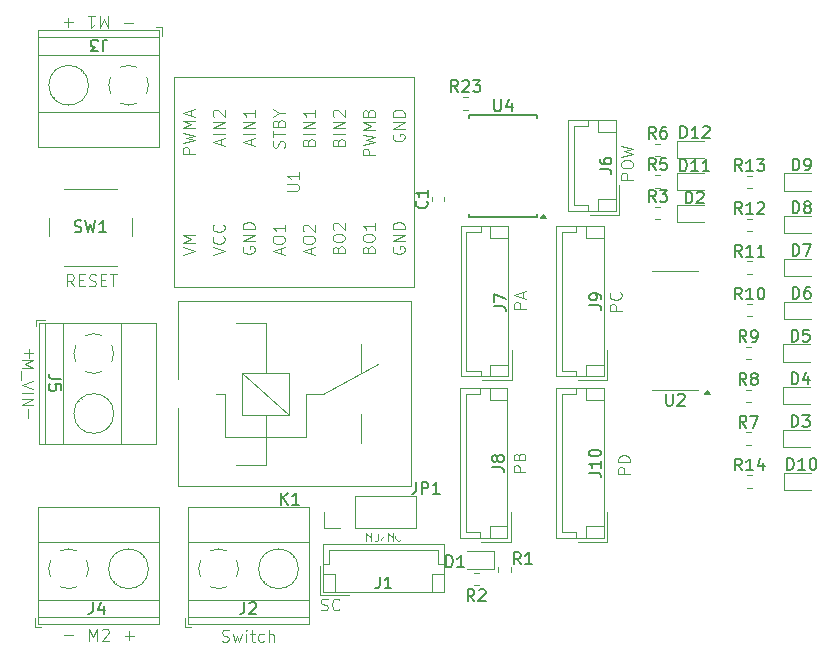
<source format=gbr>
%TF.GenerationSoftware,KiCad,Pcbnew,8.0.1*%
%TF.CreationDate,2024-06-08T08:25:42+08:00*%
%TF.ProjectId,uno_car,756e6f5f-6361-4722-9e6b-696361645f70,v1.0.2*%
%TF.SameCoordinates,Original*%
%TF.FileFunction,Legend,Top*%
%TF.FilePolarity,Positive*%
%FSLAX46Y46*%
G04 Gerber Fmt 4.6, Leading zero omitted, Abs format (unit mm)*
G04 Created by KiCad (PCBNEW 8.0.1) date 2024-06-08 08:25:42*
%MOMM*%
%LPD*%
G01*
G04 APERTURE LIST*
%ADD10C,0.100000*%
%ADD11C,0.150000*%
%ADD12C,0.120000*%
G04 APERTURE END LIST*
D10*
X184772419Y-73240475D02*
X183772419Y-73240475D01*
X183772419Y-73240475D02*
X183772419Y-72859523D01*
X183772419Y-72859523D02*
X183820038Y-72764285D01*
X183820038Y-72764285D02*
X183867657Y-72716666D01*
X183867657Y-72716666D02*
X183962895Y-72669047D01*
X183962895Y-72669047D02*
X184105752Y-72669047D01*
X184105752Y-72669047D02*
X184200990Y-72716666D01*
X184200990Y-72716666D02*
X184248609Y-72764285D01*
X184248609Y-72764285D02*
X184296228Y-72859523D01*
X184296228Y-72859523D02*
X184296228Y-73240475D01*
X184486704Y-72288094D02*
X184486704Y-71811904D01*
X184772419Y-72383332D02*
X183772419Y-72049999D01*
X183772419Y-72049999D02*
X184772419Y-71716666D01*
X192872419Y-73411904D02*
X191872419Y-73411904D01*
X191872419Y-73411904D02*
X191872419Y-73030952D01*
X191872419Y-73030952D02*
X191920038Y-72935714D01*
X191920038Y-72935714D02*
X191967657Y-72888095D01*
X191967657Y-72888095D02*
X192062895Y-72840476D01*
X192062895Y-72840476D02*
X192205752Y-72840476D01*
X192205752Y-72840476D02*
X192300990Y-72888095D01*
X192300990Y-72888095D02*
X192348609Y-72935714D01*
X192348609Y-72935714D02*
X192396228Y-73030952D01*
X192396228Y-73030952D02*
X192396228Y-73411904D01*
X192777180Y-71840476D02*
X192824800Y-71888095D01*
X192824800Y-71888095D02*
X192872419Y-72030952D01*
X192872419Y-72030952D02*
X192872419Y-72126190D01*
X192872419Y-72126190D02*
X192824800Y-72269047D01*
X192824800Y-72269047D02*
X192729561Y-72364285D01*
X192729561Y-72364285D02*
X192634323Y-72411904D01*
X192634323Y-72411904D02*
X192443847Y-72459523D01*
X192443847Y-72459523D02*
X192300990Y-72459523D01*
X192300990Y-72459523D02*
X192110514Y-72411904D01*
X192110514Y-72411904D02*
X192015276Y-72364285D01*
X192015276Y-72364285D02*
X191920038Y-72269047D01*
X191920038Y-72269047D02*
X191872419Y-72126190D01*
X191872419Y-72126190D02*
X191872419Y-72030952D01*
X191872419Y-72030952D02*
X191920038Y-71888095D01*
X191920038Y-71888095D02*
X191967657Y-71840476D01*
X146497618Y-71322419D02*
X146164285Y-70846228D01*
X145926190Y-71322419D02*
X145926190Y-70322419D01*
X145926190Y-70322419D02*
X146307142Y-70322419D01*
X146307142Y-70322419D02*
X146402380Y-70370038D01*
X146402380Y-70370038D02*
X146449999Y-70417657D01*
X146449999Y-70417657D02*
X146497618Y-70512895D01*
X146497618Y-70512895D02*
X146497618Y-70655752D01*
X146497618Y-70655752D02*
X146449999Y-70750990D01*
X146449999Y-70750990D02*
X146402380Y-70798609D01*
X146402380Y-70798609D02*
X146307142Y-70846228D01*
X146307142Y-70846228D02*
X145926190Y-70846228D01*
X146926190Y-70798609D02*
X147259523Y-70798609D01*
X147402380Y-71322419D02*
X146926190Y-71322419D01*
X146926190Y-71322419D02*
X146926190Y-70322419D01*
X146926190Y-70322419D02*
X147402380Y-70322419D01*
X147783333Y-71274800D02*
X147926190Y-71322419D01*
X147926190Y-71322419D02*
X148164285Y-71322419D01*
X148164285Y-71322419D02*
X148259523Y-71274800D01*
X148259523Y-71274800D02*
X148307142Y-71227180D01*
X148307142Y-71227180D02*
X148354761Y-71131942D01*
X148354761Y-71131942D02*
X148354761Y-71036704D01*
X148354761Y-71036704D02*
X148307142Y-70941466D01*
X148307142Y-70941466D02*
X148259523Y-70893847D01*
X148259523Y-70893847D02*
X148164285Y-70846228D01*
X148164285Y-70846228D02*
X147973809Y-70798609D01*
X147973809Y-70798609D02*
X147878571Y-70750990D01*
X147878571Y-70750990D02*
X147830952Y-70703371D01*
X147830952Y-70703371D02*
X147783333Y-70608133D01*
X147783333Y-70608133D02*
X147783333Y-70512895D01*
X147783333Y-70512895D02*
X147830952Y-70417657D01*
X147830952Y-70417657D02*
X147878571Y-70370038D01*
X147878571Y-70370038D02*
X147973809Y-70322419D01*
X147973809Y-70322419D02*
X148211904Y-70322419D01*
X148211904Y-70322419D02*
X148354761Y-70370038D01*
X148783333Y-70798609D02*
X149116666Y-70798609D01*
X149259523Y-71322419D02*
X148783333Y-71322419D01*
X148783333Y-71322419D02*
X148783333Y-70322419D01*
X148783333Y-70322419D02*
X149259523Y-70322419D01*
X149545238Y-70322419D02*
X150116666Y-70322419D01*
X149830952Y-71322419D02*
X149830952Y-70322419D01*
X193572419Y-87211904D02*
X192572419Y-87211904D01*
X192572419Y-87211904D02*
X192572419Y-86830952D01*
X192572419Y-86830952D02*
X192620038Y-86735714D01*
X192620038Y-86735714D02*
X192667657Y-86688095D01*
X192667657Y-86688095D02*
X192762895Y-86640476D01*
X192762895Y-86640476D02*
X192905752Y-86640476D01*
X192905752Y-86640476D02*
X193000990Y-86688095D01*
X193000990Y-86688095D02*
X193048609Y-86735714D01*
X193048609Y-86735714D02*
X193096228Y-86830952D01*
X193096228Y-86830952D02*
X193096228Y-87211904D01*
X193572419Y-86211904D02*
X192572419Y-86211904D01*
X192572419Y-86211904D02*
X192572419Y-85973809D01*
X192572419Y-85973809D02*
X192620038Y-85830952D01*
X192620038Y-85830952D02*
X192715276Y-85735714D01*
X192715276Y-85735714D02*
X192810514Y-85688095D01*
X192810514Y-85688095D02*
X193000990Y-85640476D01*
X193000990Y-85640476D02*
X193143847Y-85640476D01*
X193143847Y-85640476D02*
X193334323Y-85688095D01*
X193334323Y-85688095D02*
X193429561Y-85735714D01*
X193429561Y-85735714D02*
X193524800Y-85830952D01*
X193524800Y-85830952D02*
X193572419Y-85973809D01*
X193572419Y-85973809D02*
X193572419Y-86211904D01*
X159035714Y-101374800D02*
X159178571Y-101422419D01*
X159178571Y-101422419D02*
X159416666Y-101422419D01*
X159416666Y-101422419D02*
X159511904Y-101374800D01*
X159511904Y-101374800D02*
X159559523Y-101327180D01*
X159559523Y-101327180D02*
X159607142Y-101231942D01*
X159607142Y-101231942D02*
X159607142Y-101136704D01*
X159607142Y-101136704D02*
X159559523Y-101041466D01*
X159559523Y-101041466D02*
X159511904Y-100993847D01*
X159511904Y-100993847D02*
X159416666Y-100946228D01*
X159416666Y-100946228D02*
X159226190Y-100898609D01*
X159226190Y-100898609D02*
X159130952Y-100850990D01*
X159130952Y-100850990D02*
X159083333Y-100803371D01*
X159083333Y-100803371D02*
X159035714Y-100708133D01*
X159035714Y-100708133D02*
X159035714Y-100612895D01*
X159035714Y-100612895D02*
X159083333Y-100517657D01*
X159083333Y-100517657D02*
X159130952Y-100470038D01*
X159130952Y-100470038D02*
X159226190Y-100422419D01*
X159226190Y-100422419D02*
X159464285Y-100422419D01*
X159464285Y-100422419D02*
X159607142Y-100470038D01*
X159940476Y-100755752D02*
X160130952Y-101422419D01*
X160130952Y-101422419D02*
X160321428Y-100946228D01*
X160321428Y-100946228D02*
X160511904Y-101422419D01*
X160511904Y-101422419D02*
X160702380Y-100755752D01*
X161083333Y-101422419D02*
X161083333Y-100755752D01*
X161083333Y-100422419D02*
X161035714Y-100470038D01*
X161035714Y-100470038D02*
X161083333Y-100517657D01*
X161083333Y-100517657D02*
X161130952Y-100470038D01*
X161130952Y-100470038D02*
X161083333Y-100422419D01*
X161083333Y-100422419D02*
X161083333Y-100517657D01*
X161416666Y-100755752D02*
X161797618Y-100755752D01*
X161559523Y-100422419D02*
X161559523Y-101279561D01*
X161559523Y-101279561D02*
X161607142Y-101374800D01*
X161607142Y-101374800D02*
X161702380Y-101422419D01*
X161702380Y-101422419D02*
X161797618Y-101422419D01*
X162559523Y-101374800D02*
X162464285Y-101422419D01*
X162464285Y-101422419D02*
X162273809Y-101422419D01*
X162273809Y-101422419D02*
X162178571Y-101374800D01*
X162178571Y-101374800D02*
X162130952Y-101327180D01*
X162130952Y-101327180D02*
X162083333Y-101231942D01*
X162083333Y-101231942D02*
X162083333Y-100946228D01*
X162083333Y-100946228D02*
X162130952Y-100850990D01*
X162130952Y-100850990D02*
X162178571Y-100803371D01*
X162178571Y-100803371D02*
X162273809Y-100755752D01*
X162273809Y-100755752D02*
X162464285Y-100755752D01*
X162464285Y-100755752D02*
X162559523Y-100803371D01*
X162988095Y-101422419D02*
X162988095Y-100422419D01*
X163416666Y-101422419D02*
X163416666Y-100898609D01*
X163416666Y-100898609D02*
X163369047Y-100803371D01*
X163369047Y-100803371D02*
X163273809Y-100755752D01*
X163273809Y-100755752D02*
X163130952Y-100755752D01*
X163130952Y-100755752D02*
X163035714Y-100803371D01*
X163035714Y-100803371D02*
X162988095Y-100850990D01*
X146420951Y-100823533D02*
X145659047Y-100823533D01*
X142583533Y-81759048D02*
X142583533Y-82520953D01*
X167414286Y-98724800D02*
X167557143Y-98772419D01*
X167557143Y-98772419D02*
X167795238Y-98772419D01*
X167795238Y-98772419D02*
X167890476Y-98724800D01*
X167890476Y-98724800D02*
X167938095Y-98677180D01*
X167938095Y-98677180D02*
X167985714Y-98581942D01*
X167985714Y-98581942D02*
X167985714Y-98486704D01*
X167985714Y-98486704D02*
X167938095Y-98391466D01*
X167938095Y-98391466D02*
X167890476Y-98343847D01*
X167890476Y-98343847D02*
X167795238Y-98296228D01*
X167795238Y-98296228D02*
X167604762Y-98248609D01*
X167604762Y-98248609D02*
X167509524Y-98200990D01*
X167509524Y-98200990D02*
X167461905Y-98153371D01*
X167461905Y-98153371D02*
X167414286Y-98058133D01*
X167414286Y-98058133D02*
X167414286Y-97962895D01*
X167414286Y-97962895D02*
X167461905Y-97867657D01*
X167461905Y-97867657D02*
X167509524Y-97820038D01*
X167509524Y-97820038D02*
X167604762Y-97772419D01*
X167604762Y-97772419D02*
X167842857Y-97772419D01*
X167842857Y-97772419D02*
X167985714Y-97820038D01*
X168985714Y-98677180D02*
X168938095Y-98724800D01*
X168938095Y-98724800D02*
X168795238Y-98772419D01*
X168795238Y-98772419D02*
X168700000Y-98772419D01*
X168700000Y-98772419D02*
X168557143Y-98724800D01*
X168557143Y-98724800D02*
X168461905Y-98629561D01*
X168461905Y-98629561D02*
X168414286Y-98534323D01*
X168414286Y-98534323D02*
X168366667Y-98343847D01*
X168366667Y-98343847D02*
X168366667Y-98200990D01*
X168366667Y-98200990D02*
X168414286Y-98010514D01*
X168414286Y-98010514D02*
X168461905Y-97915276D01*
X168461905Y-97915276D02*
X168557143Y-97820038D01*
X168557143Y-97820038D02*
X168700000Y-97772419D01*
X168700000Y-97772419D02*
X168795238Y-97772419D01*
X168795238Y-97772419D02*
X168938095Y-97820038D01*
X168938095Y-97820038D02*
X168985714Y-97867657D01*
X184722419Y-87061904D02*
X183722419Y-87061904D01*
X183722419Y-87061904D02*
X183722419Y-86680952D01*
X183722419Y-86680952D02*
X183770038Y-86585714D01*
X183770038Y-86585714D02*
X183817657Y-86538095D01*
X183817657Y-86538095D02*
X183912895Y-86490476D01*
X183912895Y-86490476D02*
X184055752Y-86490476D01*
X184055752Y-86490476D02*
X184150990Y-86538095D01*
X184150990Y-86538095D02*
X184198609Y-86585714D01*
X184198609Y-86585714D02*
X184246228Y-86680952D01*
X184246228Y-86680952D02*
X184246228Y-87061904D01*
X184198609Y-85728571D02*
X184246228Y-85585714D01*
X184246228Y-85585714D02*
X184293847Y-85538095D01*
X184293847Y-85538095D02*
X184389085Y-85490476D01*
X184389085Y-85490476D02*
X184531942Y-85490476D01*
X184531942Y-85490476D02*
X184627180Y-85538095D01*
X184627180Y-85538095D02*
X184674800Y-85585714D01*
X184674800Y-85585714D02*
X184722419Y-85680952D01*
X184722419Y-85680952D02*
X184722419Y-86061904D01*
X184722419Y-86061904D02*
X183722419Y-86061904D01*
X183722419Y-86061904D02*
X183722419Y-85728571D01*
X183722419Y-85728571D02*
X183770038Y-85633333D01*
X183770038Y-85633333D02*
X183817657Y-85585714D01*
X183817657Y-85585714D02*
X183912895Y-85538095D01*
X183912895Y-85538095D02*
X184008133Y-85538095D01*
X184008133Y-85538095D02*
X184103371Y-85585714D01*
X184103371Y-85585714D02*
X184150990Y-85633333D01*
X184150990Y-85633333D02*
X184198609Y-85728571D01*
X184198609Y-85728571D02*
X184198609Y-86061904D01*
X142663533Y-76619048D02*
X142663533Y-77380953D01*
X142282580Y-77000000D02*
X143044485Y-77000000D01*
X193822419Y-62296115D02*
X192822419Y-62296115D01*
X192822419Y-62296115D02*
X192822419Y-61915163D01*
X192822419Y-61915163D02*
X192870038Y-61819925D01*
X192870038Y-61819925D02*
X192917657Y-61772306D01*
X192917657Y-61772306D02*
X193012895Y-61724687D01*
X193012895Y-61724687D02*
X193155752Y-61724687D01*
X193155752Y-61724687D02*
X193250990Y-61772306D01*
X193250990Y-61772306D02*
X193298609Y-61819925D01*
X193298609Y-61819925D02*
X193346228Y-61915163D01*
X193346228Y-61915163D02*
X193346228Y-62296115D01*
X192822419Y-61105639D02*
X192822419Y-60915163D01*
X192822419Y-60915163D02*
X192870038Y-60819925D01*
X192870038Y-60819925D02*
X192965276Y-60724687D01*
X192965276Y-60724687D02*
X193155752Y-60677068D01*
X193155752Y-60677068D02*
X193489085Y-60677068D01*
X193489085Y-60677068D02*
X193679561Y-60724687D01*
X193679561Y-60724687D02*
X193774800Y-60819925D01*
X193774800Y-60819925D02*
X193822419Y-60915163D01*
X193822419Y-60915163D02*
X193822419Y-61105639D01*
X193822419Y-61105639D02*
X193774800Y-61200877D01*
X193774800Y-61200877D02*
X193679561Y-61296115D01*
X193679561Y-61296115D02*
X193489085Y-61343734D01*
X193489085Y-61343734D02*
X193155752Y-61343734D01*
X193155752Y-61343734D02*
X192965276Y-61296115D01*
X192965276Y-61296115D02*
X192870038Y-61200877D01*
X192870038Y-61200877D02*
X192822419Y-61105639D01*
X192822419Y-60343734D02*
X193822419Y-60105639D01*
X193822419Y-60105639D02*
X193108133Y-59915163D01*
X193108133Y-59915163D02*
X193822419Y-59724687D01*
X193822419Y-59724687D02*
X192822419Y-59486592D01*
X142077580Y-77595238D02*
X143077580Y-77595238D01*
X143077580Y-77595238D02*
X142363295Y-77928571D01*
X142363295Y-77928571D02*
X143077580Y-78261904D01*
X143077580Y-78261904D02*
X142077580Y-78261904D01*
X141982342Y-78500000D02*
X141982342Y-79261904D01*
X143077580Y-79357143D02*
X142077580Y-79690476D01*
X142077580Y-79690476D02*
X143077580Y-80023809D01*
X142077580Y-80357143D02*
X143077580Y-80357143D01*
X142077580Y-80833333D02*
X143077580Y-80833333D01*
X143077580Y-80833333D02*
X142077580Y-81404761D01*
X142077580Y-81404761D02*
X143077580Y-81404761D01*
X145629048Y-48956466D02*
X146390953Y-48956466D01*
X146010000Y-49337419D02*
X146010000Y-48575514D01*
X150769048Y-49036466D02*
X151530953Y-49036466D01*
X147790476Y-101322419D02*
X147790476Y-100322419D01*
X147790476Y-100322419D02*
X148123809Y-101036704D01*
X148123809Y-101036704D02*
X148457142Y-100322419D01*
X148457142Y-100322419D02*
X148457142Y-101322419D01*
X148885714Y-100417657D02*
X148933333Y-100370038D01*
X148933333Y-100370038D02*
X149028571Y-100322419D01*
X149028571Y-100322419D02*
X149266666Y-100322419D01*
X149266666Y-100322419D02*
X149361904Y-100370038D01*
X149361904Y-100370038D02*
X149409523Y-100417657D01*
X149409523Y-100417657D02*
X149457142Y-100512895D01*
X149457142Y-100512895D02*
X149457142Y-100608133D01*
X149457142Y-100608133D02*
X149409523Y-100750990D01*
X149409523Y-100750990D02*
X148838095Y-101322419D01*
X148838095Y-101322419D02*
X149457142Y-101322419D01*
X151560951Y-100903533D02*
X150799047Y-100903533D01*
X151179999Y-100522580D02*
X151179999Y-101284485D01*
G36*
X171264183Y-92944658D02*
G01*
X171264183Y-92175048D01*
X171331839Y-92175048D01*
X171671580Y-92604183D01*
X171671580Y-92175048D01*
X171738259Y-92175048D01*
X171738259Y-92944658D01*
X171671580Y-92944658D01*
X171671580Y-92733632D01*
X171331839Y-92300345D01*
X171331839Y-92944658D01*
X171264183Y-92944658D01*
G37*
G36*
X172272662Y-92187749D02*
G01*
X172340806Y-92274944D01*
X172349843Y-92304497D01*
X172349843Y-92818140D01*
X172340073Y-92847693D01*
X172270464Y-92931957D01*
X172246528Y-92944658D01*
X171977128Y-92944658D01*
X171953192Y-92933422D01*
X171886514Y-92853311D01*
X171875767Y-92822292D01*
X171875767Y-92803974D01*
X171946842Y-92803974D01*
X171991294Y-92860150D01*
X172232606Y-92860150D01*
X172281699Y-92799822D01*
X172281699Y-92321350D01*
X172232606Y-92258091D01*
X171992515Y-92258091D01*
X171946842Y-92320129D01*
X171946842Y-92803974D01*
X171875767Y-92803974D01*
X171875767Y-92303032D01*
X171887003Y-92274944D01*
X171952460Y-92187749D01*
X171977128Y-92175048D01*
X172247993Y-92175048D01*
X172272662Y-92187749D01*
G37*
G36*
X172498098Y-92848914D02*
G01*
X172490282Y-92830108D01*
X172490282Y-92808859D01*
X172498098Y-92789808D01*
X172914532Y-92276409D01*
X172929187Y-92265174D01*
X172947505Y-92265174D01*
X172962892Y-92276409D01*
X172971441Y-92295460D01*
X172971441Y-92316465D01*
X172962892Y-92335516D01*
X172547191Y-92848914D01*
X172531071Y-92860150D01*
X172513485Y-92860150D01*
X172498098Y-92848914D01*
G37*
G36*
X173098936Y-92944658D02*
G01*
X173098936Y-92175048D01*
X173166591Y-92175048D01*
X173506333Y-92604183D01*
X173506333Y-92175048D01*
X173573011Y-92175048D01*
X173573011Y-92944658D01*
X173506333Y-92944658D01*
X173506333Y-92733632D01*
X173166591Y-92300345D01*
X173166591Y-92944658D01*
X173098936Y-92944658D01*
G37*
G36*
X174184595Y-92270792D02*
G01*
X174136968Y-92329898D01*
X174076395Y-92258091D01*
X173965998Y-92258091D01*
X173778908Y-92488900D01*
X173778908Y-92631050D01*
X173967463Y-92861615D01*
X174075663Y-92861615D01*
X174134769Y-92784190D01*
X174184595Y-92843297D01*
X174114986Y-92933422D01*
X174089829Y-92946123D01*
X173953297Y-92946123D01*
X173930094Y-92931957D01*
X173721266Y-92678677D01*
X173710520Y-92649124D01*
X173710520Y-92472048D01*
X173719801Y-92442494D01*
X173928628Y-92186284D01*
X173952564Y-92175048D01*
X174089829Y-92175048D01*
X174113765Y-92185062D01*
X174184595Y-92270792D01*
G37*
X149369523Y-48442580D02*
X149369523Y-49442580D01*
X149369523Y-49442580D02*
X149036190Y-48728295D01*
X149036190Y-48728295D02*
X148702857Y-49442580D01*
X148702857Y-49442580D02*
X148702857Y-48442580D01*
X147702857Y-48442580D02*
X148274285Y-48442580D01*
X147988571Y-48442580D02*
X147988571Y-49442580D01*
X147988571Y-49442580D02*
X148083809Y-49299723D01*
X148083809Y-49299723D02*
X148179047Y-49204485D01*
X148179047Y-49204485D02*
X148274285Y-49156866D01*
D11*
X207261905Y-79624819D02*
X207261905Y-78624819D01*
X207261905Y-78624819D02*
X207500000Y-78624819D01*
X207500000Y-78624819D02*
X207642857Y-78672438D01*
X207642857Y-78672438D02*
X207738095Y-78767676D01*
X207738095Y-78767676D02*
X207785714Y-78862914D01*
X207785714Y-78862914D02*
X207833333Y-79053390D01*
X207833333Y-79053390D02*
X207833333Y-79196247D01*
X207833333Y-79196247D02*
X207785714Y-79386723D01*
X207785714Y-79386723D02*
X207738095Y-79481961D01*
X207738095Y-79481961D02*
X207642857Y-79577200D01*
X207642857Y-79577200D02*
X207500000Y-79624819D01*
X207500000Y-79624819D02*
X207261905Y-79624819D01*
X208690476Y-78958152D02*
X208690476Y-79624819D01*
X208452381Y-78577200D02*
X208214286Y-79291485D01*
X208214286Y-79291485D02*
X208833333Y-79291485D01*
X190154819Y-72933333D02*
X190869104Y-72933333D01*
X190869104Y-72933333D02*
X191011961Y-72980952D01*
X191011961Y-72980952D02*
X191107200Y-73076190D01*
X191107200Y-73076190D02*
X191154819Y-73219047D01*
X191154819Y-73219047D02*
X191154819Y-73314285D01*
X191154819Y-72409523D02*
X191154819Y-72219047D01*
X191154819Y-72219047D02*
X191107200Y-72123809D01*
X191107200Y-72123809D02*
X191059580Y-72076190D01*
X191059580Y-72076190D02*
X190916723Y-71980952D01*
X190916723Y-71980952D02*
X190726247Y-71933333D01*
X190726247Y-71933333D02*
X190345295Y-71933333D01*
X190345295Y-71933333D02*
X190250057Y-71980952D01*
X190250057Y-71980952D02*
X190202438Y-72028571D01*
X190202438Y-72028571D02*
X190154819Y-72123809D01*
X190154819Y-72123809D02*
X190154819Y-72314285D01*
X190154819Y-72314285D02*
X190202438Y-72409523D01*
X190202438Y-72409523D02*
X190250057Y-72457142D01*
X190250057Y-72457142D02*
X190345295Y-72504761D01*
X190345295Y-72504761D02*
X190583390Y-72504761D01*
X190583390Y-72504761D02*
X190678628Y-72457142D01*
X190678628Y-72457142D02*
X190726247Y-72409523D01*
X190726247Y-72409523D02*
X190773866Y-72314285D01*
X190773866Y-72314285D02*
X190773866Y-72123809D01*
X190773866Y-72123809D02*
X190726247Y-72028571D01*
X190726247Y-72028571D02*
X190678628Y-71980952D01*
X190678628Y-71980952D02*
X190583390Y-71933333D01*
X184333333Y-94854819D02*
X184000000Y-94378628D01*
X183761905Y-94854819D02*
X183761905Y-93854819D01*
X183761905Y-93854819D02*
X184142857Y-93854819D01*
X184142857Y-93854819D02*
X184238095Y-93902438D01*
X184238095Y-93902438D02*
X184285714Y-93950057D01*
X184285714Y-93950057D02*
X184333333Y-94045295D01*
X184333333Y-94045295D02*
X184333333Y-94188152D01*
X184333333Y-94188152D02*
X184285714Y-94283390D01*
X184285714Y-94283390D02*
X184238095Y-94331009D01*
X184238095Y-94331009D02*
X184142857Y-94378628D01*
X184142857Y-94378628D02*
X183761905Y-94378628D01*
X185285714Y-94854819D02*
X184714286Y-94854819D01*
X185000000Y-94854819D02*
X185000000Y-93854819D01*
X185000000Y-93854819D02*
X184904762Y-93997676D01*
X184904762Y-93997676D02*
X184809524Y-94092914D01*
X184809524Y-94092914D02*
X184714286Y-94140533D01*
X198286905Y-64304819D02*
X198286905Y-63304819D01*
X198286905Y-63304819D02*
X198525000Y-63304819D01*
X198525000Y-63304819D02*
X198667857Y-63352438D01*
X198667857Y-63352438D02*
X198763095Y-63447676D01*
X198763095Y-63447676D02*
X198810714Y-63542914D01*
X198810714Y-63542914D02*
X198858333Y-63733390D01*
X198858333Y-63733390D02*
X198858333Y-63876247D01*
X198858333Y-63876247D02*
X198810714Y-64066723D01*
X198810714Y-64066723D02*
X198763095Y-64161961D01*
X198763095Y-64161961D02*
X198667857Y-64257200D01*
X198667857Y-64257200D02*
X198525000Y-64304819D01*
X198525000Y-64304819D02*
X198286905Y-64304819D01*
X199239286Y-63400057D02*
X199286905Y-63352438D01*
X199286905Y-63352438D02*
X199382143Y-63304819D01*
X199382143Y-63304819D02*
X199620238Y-63304819D01*
X199620238Y-63304819D02*
X199715476Y-63352438D01*
X199715476Y-63352438D02*
X199763095Y-63400057D01*
X199763095Y-63400057D02*
X199810714Y-63495295D01*
X199810714Y-63495295D02*
X199810714Y-63590533D01*
X199810714Y-63590533D02*
X199763095Y-63733390D01*
X199763095Y-63733390D02*
X199191667Y-64304819D01*
X199191667Y-64304819D02*
X199810714Y-64304819D01*
X197848214Y-58774819D02*
X197848214Y-57774819D01*
X197848214Y-57774819D02*
X198086309Y-57774819D01*
X198086309Y-57774819D02*
X198229166Y-57822438D01*
X198229166Y-57822438D02*
X198324404Y-57917676D01*
X198324404Y-57917676D02*
X198372023Y-58012914D01*
X198372023Y-58012914D02*
X198419642Y-58203390D01*
X198419642Y-58203390D02*
X198419642Y-58346247D01*
X198419642Y-58346247D02*
X198372023Y-58536723D01*
X198372023Y-58536723D02*
X198324404Y-58631961D01*
X198324404Y-58631961D02*
X198229166Y-58727200D01*
X198229166Y-58727200D02*
X198086309Y-58774819D01*
X198086309Y-58774819D02*
X197848214Y-58774819D01*
X199372023Y-58774819D02*
X198800595Y-58774819D01*
X199086309Y-58774819D02*
X199086309Y-57774819D01*
X199086309Y-57774819D02*
X198991071Y-57917676D01*
X198991071Y-57917676D02*
X198895833Y-58012914D01*
X198895833Y-58012914D02*
X198800595Y-58060533D01*
X199752976Y-57870057D02*
X199800595Y-57822438D01*
X199800595Y-57822438D02*
X199895833Y-57774819D01*
X199895833Y-57774819D02*
X200133928Y-57774819D01*
X200133928Y-57774819D02*
X200229166Y-57822438D01*
X200229166Y-57822438D02*
X200276785Y-57870057D01*
X200276785Y-57870057D02*
X200324404Y-57965295D01*
X200324404Y-57965295D02*
X200324404Y-58060533D01*
X200324404Y-58060533D02*
X200276785Y-58203390D01*
X200276785Y-58203390D02*
X199705357Y-58774819D01*
X199705357Y-58774819D02*
X200324404Y-58774819D01*
X181904819Y-86633333D02*
X182619104Y-86633333D01*
X182619104Y-86633333D02*
X182761961Y-86680952D01*
X182761961Y-86680952D02*
X182857200Y-86776190D01*
X182857200Y-86776190D02*
X182904819Y-86919047D01*
X182904819Y-86919047D02*
X182904819Y-87014285D01*
X182333390Y-86014285D02*
X182285771Y-86109523D01*
X182285771Y-86109523D02*
X182238152Y-86157142D01*
X182238152Y-86157142D02*
X182142914Y-86204761D01*
X182142914Y-86204761D02*
X182095295Y-86204761D01*
X182095295Y-86204761D02*
X182000057Y-86157142D01*
X182000057Y-86157142D02*
X181952438Y-86109523D01*
X181952438Y-86109523D02*
X181904819Y-86014285D01*
X181904819Y-86014285D02*
X181904819Y-85823809D01*
X181904819Y-85823809D02*
X181952438Y-85728571D01*
X181952438Y-85728571D02*
X182000057Y-85680952D01*
X182000057Y-85680952D02*
X182095295Y-85633333D01*
X182095295Y-85633333D02*
X182142914Y-85633333D01*
X182142914Y-85633333D02*
X182238152Y-85680952D01*
X182238152Y-85680952D02*
X182285771Y-85728571D01*
X182285771Y-85728571D02*
X182333390Y-85823809D01*
X182333390Y-85823809D02*
X182333390Y-86014285D01*
X182333390Y-86014285D02*
X182381009Y-86109523D01*
X182381009Y-86109523D02*
X182428628Y-86157142D01*
X182428628Y-86157142D02*
X182523866Y-86204761D01*
X182523866Y-86204761D02*
X182714342Y-86204761D01*
X182714342Y-86204761D02*
X182809580Y-86157142D01*
X182809580Y-86157142D02*
X182857200Y-86109523D01*
X182857200Y-86109523D02*
X182904819Y-86014285D01*
X182904819Y-86014285D02*
X182904819Y-85823809D01*
X182904819Y-85823809D02*
X182857200Y-85728571D01*
X182857200Y-85728571D02*
X182809580Y-85680952D01*
X182809580Y-85680952D02*
X182714342Y-85633333D01*
X182714342Y-85633333D02*
X182523866Y-85633333D01*
X182523866Y-85633333D02*
X182428628Y-85680952D01*
X182428628Y-85680952D02*
X182381009Y-85728571D01*
X182381009Y-85728571D02*
X182333390Y-85823809D01*
X207261905Y-83246219D02*
X207261905Y-82246219D01*
X207261905Y-82246219D02*
X207500000Y-82246219D01*
X207500000Y-82246219D02*
X207642857Y-82293838D01*
X207642857Y-82293838D02*
X207738095Y-82389076D01*
X207738095Y-82389076D02*
X207785714Y-82484314D01*
X207785714Y-82484314D02*
X207833333Y-82674790D01*
X207833333Y-82674790D02*
X207833333Y-82817647D01*
X207833333Y-82817647D02*
X207785714Y-83008123D01*
X207785714Y-83008123D02*
X207738095Y-83103361D01*
X207738095Y-83103361D02*
X207642857Y-83198600D01*
X207642857Y-83198600D02*
X207500000Y-83246219D01*
X207500000Y-83246219D02*
X207261905Y-83246219D01*
X208166667Y-82246219D02*
X208785714Y-82246219D01*
X208785714Y-82246219D02*
X208452381Y-82627171D01*
X208452381Y-82627171D02*
X208595238Y-82627171D01*
X208595238Y-82627171D02*
X208690476Y-82674790D01*
X208690476Y-82674790D02*
X208738095Y-82722409D01*
X208738095Y-82722409D02*
X208785714Y-82817647D01*
X208785714Y-82817647D02*
X208785714Y-83055742D01*
X208785714Y-83055742D02*
X208738095Y-83150980D01*
X208738095Y-83150980D02*
X208690476Y-83198600D01*
X208690476Y-83198600D02*
X208595238Y-83246219D01*
X208595238Y-83246219D02*
X208309524Y-83246219D01*
X208309524Y-83246219D02*
X208214286Y-83198600D01*
X208214286Y-83198600D02*
X208166667Y-83150980D01*
X145375180Y-79166666D02*
X144660895Y-79166666D01*
X144660895Y-79166666D02*
X144518038Y-79119047D01*
X144518038Y-79119047D02*
X144422800Y-79023809D01*
X144422800Y-79023809D02*
X144375180Y-78880952D01*
X144375180Y-78880952D02*
X144375180Y-78785714D01*
X145375180Y-80119047D02*
X145375180Y-79642857D01*
X145375180Y-79642857D02*
X144898990Y-79595238D01*
X144898990Y-79595238D02*
X144946609Y-79642857D01*
X144946609Y-79642857D02*
X144994228Y-79738095D01*
X144994228Y-79738095D02*
X144994228Y-79976190D01*
X144994228Y-79976190D02*
X144946609Y-80071428D01*
X144946609Y-80071428D02*
X144898990Y-80119047D01*
X144898990Y-80119047D02*
X144803752Y-80166666D01*
X144803752Y-80166666D02*
X144565657Y-80166666D01*
X144565657Y-80166666D02*
X144470419Y-80119047D01*
X144470419Y-80119047D02*
X144422800Y-80071428D01*
X144422800Y-80071428D02*
X144375180Y-79976190D01*
X144375180Y-79976190D02*
X144375180Y-79738095D01*
X144375180Y-79738095D02*
X144422800Y-79642857D01*
X144422800Y-79642857D02*
X144470419Y-79595238D01*
X207359305Y-65139119D02*
X207359305Y-64139119D01*
X207359305Y-64139119D02*
X207597400Y-64139119D01*
X207597400Y-64139119D02*
X207740257Y-64186738D01*
X207740257Y-64186738D02*
X207835495Y-64281976D01*
X207835495Y-64281976D02*
X207883114Y-64377214D01*
X207883114Y-64377214D02*
X207930733Y-64567690D01*
X207930733Y-64567690D02*
X207930733Y-64710547D01*
X207930733Y-64710547D02*
X207883114Y-64901023D01*
X207883114Y-64901023D02*
X207835495Y-64996261D01*
X207835495Y-64996261D02*
X207740257Y-65091500D01*
X207740257Y-65091500D02*
X207597400Y-65139119D01*
X207597400Y-65139119D02*
X207359305Y-65139119D01*
X208502162Y-64567690D02*
X208406924Y-64520071D01*
X208406924Y-64520071D02*
X208359305Y-64472452D01*
X208359305Y-64472452D02*
X208311686Y-64377214D01*
X208311686Y-64377214D02*
X208311686Y-64329595D01*
X208311686Y-64329595D02*
X208359305Y-64234357D01*
X208359305Y-64234357D02*
X208406924Y-64186738D01*
X208406924Y-64186738D02*
X208502162Y-64139119D01*
X208502162Y-64139119D02*
X208692638Y-64139119D01*
X208692638Y-64139119D02*
X208787876Y-64186738D01*
X208787876Y-64186738D02*
X208835495Y-64234357D01*
X208835495Y-64234357D02*
X208883114Y-64329595D01*
X208883114Y-64329595D02*
X208883114Y-64377214D01*
X208883114Y-64377214D02*
X208835495Y-64472452D01*
X208835495Y-64472452D02*
X208787876Y-64520071D01*
X208787876Y-64520071D02*
X208692638Y-64567690D01*
X208692638Y-64567690D02*
X208502162Y-64567690D01*
X208502162Y-64567690D02*
X208406924Y-64615309D01*
X208406924Y-64615309D02*
X208359305Y-64662928D01*
X208359305Y-64662928D02*
X208311686Y-64758166D01*
X208311686Y-64758166D02*
X208311686Y-64948642D01*
X208311686Y-64948642D02*
X208359305Y-65043880D01*
X208359305Y-65043880D02*
X208406924Y-65091500D01*
X208406924Y-65091500D02*
X208502162Y-65139119D01*
X208502162Y-65139119D02*
X208692638Y-65139119D01*
X208692638Y-65139119D02*
X208787876Y-65091500D01*
X208787876Y-65091500D02*
X208835495Y-65043880D01*
X208835495Y-65043880D02*
X208883114Y-64948642D01*
X208883114Y-64948642D02*
X208883114Y-64758166D01*
X208883114Y-64758166D02*
X208835495Y-64662928D01*
X208835495Y-64662928D02*
X208787876Y-64615309D01*
X208787876Y-64615309D02*
X208692638Y-64567690D01*
X206883114Y-86867719D02*
X206883114Y-85867719D01*
X206883114Y-85867719D02*
X207121209Y-85867719D01*
X207121209Y-85867719D02*
X207264066Y-85915338D01*
X207264066Y-85915338D02*
X207359304Y-86010576D01*
X207359304Y-86010576D02*
X207406923Y-86105814D01*
X207406923Y-86105814D02*
X207454542Y-86296290D01*
X207454542Y-86296290D02*
X207454542Y-86439147D01*
X207454542Y-86439147D02*
X207406923Y-86629623D01*
X207406923Y-86629623D02*
X207359304Y-86724861D01*
X207359304Y-86724861D02*
X207264066Y-86820100D01*
X207264066Y-86820100D02*
X207121209Y-86867719D01*
X207121209Y-86867719D02*
X206883114Y-86867719D01*
X208406923Y-86867719D02*
X207835495Y-86867719D01*
X208121209Y-86867719D02*
X208121209Y-85867719D01*
X208121209Y-85867719D02*
X208025971Y-86010576D01*
X208025971Y-86010576D02*
X207930733Y-86105814D01*
X207930733Y-86105814D02*
X207835495Y-86153433D01*
X209025971Y-85867719D02*
X209121209Y-85867719D01*
X209121209Y-85867719D02*
X209216447Y-85915338D01*
X209216447Y-85915338D02*
X209264066Y-85962957D01*
X209264066Y-85962957D02*
X209311685Y-86058195D01*
X209311685Y-86058195D02*
X209359304Y-86248671D01*
X209359304Y-86248671D02*
X209359304Y-86486766D01*
X209359304Y-86486766D02*
X209311685Y-86677242D01*
X209311685Y-86677242D02*
X209264066Y-86772480D01*
X209264066Y-86772480D02*
X209216447Y-86820100D01*
X209216447Y-86820100D02*
X209121209Y-86867719D01*
X209121209Y-86867719D02*
X209025971Y-86867719D01*
X209025971Y-86867719D02*
X208930733Y-86820100D01*
X208930733Y-86820100D02*
X208883114Y-86772480D01*
X208883114Y-86772480D02*
X208835495Y-86677242D01*
X208835495Y-86677242D02*
X208787876Y-86486766D01*
X208787876Y-86486766D02*
X208787876Y-86248671D01*
X208787876Y-86248671D02*
X208835495Y-86058195D01*
X208835495Y-86058195D02*
X208883114Y-85962957D01*
X208883114Y-85962957D02*
X208930733Y-85915338D01*
X208930733Y-85915338D02*
X209025971Y-85867719D01*
X190104819Y-87109523D02*
X190819104Y-87109523D01*
X190819104Y-87109523D02*
X190961961Y-87157142D01*
X190961961Y-87157142D02*
X191057200Y-87252380D01*
X191057200Y-87252380D02*
X191104819Y-87395237D01*
X191104819Y-87395237D02*
X191104819Y-87490475D01*
X191104819Y-86109523D02*
X191104819Y-86680951D01*
X191104819Y-86395237D02*
X190104819Y-86395237D01*
X190104819Y-86395237D02*
X190247676Y-86490475D01*
X190247676Y-86490475D02*
X190342914Y-86585713D01*
X190342914Y-86585713D02*
X190390533Y-86680951D01*
X190104819Y-85490475D02*
X190104819Y-85395237D01*
X190104819Y-85395237D02*
X190152438Y-85299999D01*
X190152438Y-85299999D02*
X190200057Y-85252380D01*
X190200057Y-85252380D02*
X190295295Y-85204761D01*
X190295295Y-85204761D02*
X190485771Y-85157142D01*
X190485771Y-85157142D02*
X190723866Y-85157142D01*
X190723866Y-85157142D02*
X190914342Y-85204761D01*
X190914342Y-85204761D02*
X191009580Y-85252380D01*
X191009580Y-85252380D02*
X191057200Y-85299999D01*
X191057200Y-85299999D02*
X191104819Y-85395237D01*
X191104819Y-85395237D02*
X191104819Y-85490475D01*
X191104819Y-85490475D02*
X191057200Y-85585713D01*
X191057200Y-85585713D02*
X191009580Y-85633332D01*
X191009580Y-85633332D02*
X190914342Y-85680951D01*
X190914342Y-85680951D02*
X190723866Y-85728570D01*
X190723866Y-85728570D02*
X190485771Y-85728570D01*
X190485771Y-85728570D02*
X190295295Y-85680951D01*
X190295295Y-85680951D02*
X190200057Y-85633332D01*
X190200057Y-85633332D02*
X190152438Y-85585713D01*
X190152438Y-85585713D02*
X190104819Y-85490475D01*
X175466666Y-87904819D02*
X175466666Y-88619104D01*
X175466666Y-88619104D02*
X175419047Y-88761961D01*
X175419047Y-88761961D02*
X175323809Y-88857200D01*
X175323809Y-88857200D02*
X175180952Y-88904819D01*
X175180952Y-88904819D02*
X175085714Y-88904819D01*
X175942857Y-88904819D02*
X175942857Y-87904819D01*
X175942857Y-87904819D02*
X176323809Y-87904819D01*
X176323809Y-87904819D02*
X176419047Y-87952438D01*
X176419047Y-87952438D02*
X176466666Y-88000057D01*
X176466666Y-88000057D02*
X176514285Y-88095295D01*
X176514285Y-88095295D02*
X176514285Y-88238152D01*
X176514285Y-88238152D02*
X176466666Y-88333390D01*
X176466666Y-88333390D02*
X176419047Y-88381009D01*
X176419047Y-88381009D02*
X176323809Y-88428628D01*
X176323809Y-88428628D02*
X175942857Y-88428628D01*
X177466666Y-88904819D02*
X176895238Y-88904819D01*
X177180952Y-88904819D02*
X177180952Y-87904819D01*
X177180952Y-87904819D02*
X177085714Y-88047676D01*
X177085714Y-88047676D02*
X176990476Y-88142914D01*
X176990476Y-88142914D02*
X176895238Y-88190533D01*
X203048542Y-86919457D02*
X202715209Y-86443266D01*
X202477114Y-86919457D02*
X202477114Y-85919457D01*
X202477114Y-85919457D02*
X202858066Y-85919457D01*
X202858066Y-85919457D02*
X202953304Y-85967076D01*
X202953304Y-85967076D02*
X203000923Y-86014695D01*
X203000923Y-86014695D02*
X203048542Y-86109933D01*
X203048542Y-86109933D02*
X203048542Y-86252790D01*
X203048542Y-86252790D02*
X203000923Y-86348028D01*
X203000923Y-86348028D02*
X202953304Y-86395647D01*
X202953304Y-86395647D02*
X202858066Y-86443266D01*
X202858066Y-86443266D02*
X202477114Y-86443266D01*
X204000923Y-86919457D02*
X203429495Y-86919457D01*
X203715209Y-86919457D02*
X203715209Y-85919457D01*
X203715209Y-85919457D02*
X203619971Y-86062314D01*
X203619971Y-86062314D02*
X203524733Y-86157552D01*
X203524733Y-86157552D02*
X203429495Y-86205171D01*
X204858066Y-86252790D02*
X204858066Y-86919457D01*
X204619971Y-85871838D02*
X204381876Y-86586123D01*
X204381876Y-86586123D02*
X205000923Y-86586123D01*
X148938333Y-51445180D02*
X148938333Y-50730895D01*
X148938333Y-50730895D02*
X148985952Y-50588038D01*
X148985952Y-50588038D02*
X149081190Y-50492800D01*
X149081190Y-50492800D02*
X149224047Y-50445180D01*
X149224047Y-50445180D02*
X149319285Y-50445180D01*
X148557380Y-51445180D02*
X147938333Y-51445180D01*
X147938333Y-51445180D02*
X148271666Y-51064228D01*
X148271666Y-51064228D02*
X148128809Y-51064228D01*
X148128809Y-51064228D02*
X148033571Y-51016609D01*
X148033571Y-51016609D02*
X147985952Y-50968990D01*
X147985952Y-50968990D02*
X147938333Y-50873752D01*
X147938333Y-50873752D02*
X147938333Y-50635657D01*
X147938333Y-50635657D02*
X147985952Y-50540419D01*
X147985952Y-50540419D02*
X148033571Y-50492800D01*
X148033571Y-50492800D02*
X148128809Y-50445180D01*
X148128809Y-50445180D02*
X148414523Y-50445180D01*
X148414523Y-50445180D02*
X148509761Y-50492800D01*
X148509761Y-50492800D02*
X148557380Y-50540419D01*
X191004819Y-61433333D02*
X191719104Y-61433333D01*
X191719104Y-61433333D02*
X191861961Y-61480952D01*
X191861961Y-61480952D02*
X191957200Y-61576190D01*
X191957200Y-61576190D02*
X192004819Y-61719047D01*
X192004819Y-61719047D02*
X192004819Y-61814285D01*
X191004819Y-60528571D02*
X191004819Y-60719047D01*
X191004819Y-60719047D02*
X191052438Y-60814285D01*
X191052438Y-60814285D02*
X191100057Y-60861904D01*
X191100057Y-60861904D02*
X191242914Y-60957142D01*
X191242914Y-60957142D02*
X191433390Y-61004761D01*
X191433390Y-61004761D02*
X191814342Y-61004761D01*
X191814342Y-61004761D02*
X191909580Y-60957142D01*
X191909580Y-60957142D02*
X191957200Y-60909523D01*
X191957200Y-60909523D02*
X192004819Y-60814285D01*
X192004819Y-60814285D02*
X192004819Y-60623809D01*
X192004819Y-60623809D02*
X191957200Y-60528571D01*
X191957200Y-60528571D02*
X191909580Y-60480952D01*
X191909580Y-60480952D02*
X191814342Y-60433333D01*
X191814342Y-60433333D02*
X191576247Y-60433333D01*
X191576247Y-60433333D02*
X191481009Y-60480952D01*
X191481009Y-60480952D02*
X191433390Y-60528571D01*
X191433390Y-60528571D02*
X191385771Y-60623809D01*
X191385771Y-60623809D02*
X191385771Y-60814285D01*
X191385771Y-60814285D02*
X191433390Y-60909523D01*
X191433390Y-60909523D02*
X191481009Y-60957142D01*
X191481009Y-60957142D02*
X191576247Y-61004761D01*
X180408333Y-97984819D02*
X180075000Y-97508628D01*
X179836905Y-97984819D02*
X179836905Y-96984819D01*
X179836905Y-96984819D02*
X180217857Y-96984819D01*
X180217857Y-96984819D02*
X180313095Y-97032438D01*
X180313095Y-97032438D02*
X180360714Y-97080057D01*
X180360714Y-97080057D02*
X180408333Y-97175295D01*
X180408333Y-97175295D02*
X180408333Y-97318152D01*
X180408333Y-97318152D02*
X180360714Y-97413390D01*
X180360714Y-97413390D02*
X180313095Y-97461009D01*
X180313095Y-97461009D02*
X180217857Y-97508628D01*
X180217857Y-97508628D02*
X179836905Y-97508628D01*
X180789286Y-97080057D02*
X180836905Y-97032438D01*
X180836905Y-97032438D02*
X180932143Y-96984819D01*
X180932143Y-96984819D02*
X181170238Y-96984819D01*
X181170238Y-96984819D02*
X181265476Y-97032438D01*
X181265476Y-97032438D02*
X181313095Y-97080057D01*
X181313095Y-97080057D02*
X181360714Y-97175295D01*
X181360714Y-97175295D02*
X181360714Y-97270533D01*
X181360714Y-97270533D02*
X181313095Y-97413390D01*
X181313095Y-97413390D02*
X180741667Y-97984819D01*
X180741667Y-97984819D02*
X181360714Y-97984819D01*
X178011905Y-95104819D02*
X178011905Y-94104819D01*
X178011905Y-94104819D02*
X178250000Y-94104819D01*
X178250000Y-94104819D02*
X178392857Y-94152438D01*
X178392857Y-94152438D02*
X178488095Y-94247676D01*
X178488095Y-94247676D02*
X178535714Y-94342914D01*
X178535714Y-94342914D02*
X178583333Y-94533390D01*
X178583333Y-94533390D02*
X178583333Y-94676247D01*
X178583333Y-94676247D02*
X178535714Y-94866723D01*
X178535714Y-94866723D02*
X178488095Y-94961961D01*
X178488095Y-94961961D02*
X178392857Y-95057200D01*
X178392857Y-95057200D02*
X178250000Y-95104819D01*
X178250000Y-95104819D02*
X178011905Y-95104819D01*
X179535714Y-95104819D02*
X178964286Y-95104819D01*
X179250000Y-95104819D02*
X179250000Y-94104819D01*
X179250000Y-94104819D02*
X179154762Y-94247676D01*
X179154762Y-94247676D02*
X179059524Y-94342914D01*
X179059524Y-94342914D02*
X178964286Y-94390533D01*
X207359305Y-72381919D02*
X207359305Y-71381919D01*
X207359305Y-71381919D02*
X207597400Y-71381919D01*
X207597400Y-71381919D02*
X207740257Y-71429538D01*
X207740257Y-71429538D02*
X207835495Y-71524776D01*
X207835495Y-71524776D02*
X207883114Y-71620014D01*
X207883114Y-71620014D02*
X207930733Y-71810490D01*
X207930733Y-71810490D02*
X207930733Y-71953347D01*
X207930733Y-71953347D02*
X207883114Y-72143823D01*
X207883114Y-72143823D02*
X207835495Y-72239061D01*
X207835495Y-72239061D02*
X207740257Y-72334300D01*
X207740257Y-72334300D02*
X207597400Y-72381919D01*
X207597400Y-72381919D02*
X207359305Y-72381919D01*
X208787876Y-71381919D02*
X208597400Y-71381919D01*
X208597400Y-71381919D02*
X208502162Y-71429538D01*
X208502162Y-71429538D02*
X208454543Y-71477157D01*
X208454543Y-71477157D02*
X208359305Y-71620014D01*
X208359305Y-71620014D02*
X208311686Y-71810490D01*
X208311686Y-71810490D02*
X208311686Y-72191442D01*
X208311686Y-72191442D02*
X208359305Y-72286680D01*
X208359305Y-72286680D02*
X208406924Y-72334300D01*
X208406924Y-72334300D02*
X208502162Y-72381919D01*
X208502162Y-72381919D02*
X208692638Y-72381919D01*
X208692638Y-72381919D02*
X208787876Y-72334300D01*
X208787876Y-72334300D02*
X208835495Y-72286680D01*
X208835495Y-72286680D02*
X208883114Y-72191442D01*
X208883114Y-72191442D02*
X208883114Y-71953347D01*
X208883114Y-71953347D02*
X208835495Y-71858109D01*
X208835495Y-71858109D02*
X208787876Y-71810490D01*
X208787876Y-71810490D02*
X208692638Y-71762871D01*
X208692638Y-71762871D02*
X208502162Y-71762871D01*
X208502162Y-71762871D02*
X208406924Y-71810490D01*
X208406924Y-71810490D02*
X208359305Y-71858109D01*
X208359305Y-71858109D02*
X208311686Y-71953347D01*
X207359305Y-68760519D02*
X207359305Y-67760519D01*
X207359305Y-67760519D02*
X207597400Y-67760519D01*
X207597400Y-67760519D02*
X207740257Y-67808138D01*
X207740257Y-67808138D02*
X207835495Y-67903376D01*
X207835495Y-67903376D02*
X207883114Y-67998614D01*
X207883114Y-67998614D02*
X207930733Y-68189090D01*
X207930733Y-68189090D02*
X207930733Y-68331947D01*
X207930733Y-68331947D02*
X207883114Y-68522423D01*
X207883114Y-68522423D02*
X207835495Y-68617661D01*
X207835495Y-68617661D02*
X207740257Y-68712900D01*
X207740257Y-68712900D02*
X207597400Y-68760519D01*
X207597400Y-68760519D02*
X207359305Y-68760519D01*
X208264067Y-67760519D02*
X208930733Y-67760519D01*
X208930733Y-67760519D02*
X208502162Y-68760519D01*
X203427333Y-79676557D02*
X203094000Y-79200366D01*
X202855905Y-79676557D02*
X202855905Y-78676557D01*
X202855905Y-78676557D02*
X203236857Y-78676557D01*
X203236857Y-78676557D02*
X203332095Y-78724176D01*
X203332095Y-78724176D02*
X203379714Y-78771795D01*
X203379714Y-78771795D02*
X203427333Y-78867033D01*
X203427333Y-78867033D02*
X203427333Y-79009890D01*
X203427333Y-79009890D02*
X203379714Y-79105128D01*
X203379714Y-79105128D02*
X203332095Y-79152747D01*
X203332095Y-79152747D02*
X203236857Y-79200366D01*
X203236857Y-79200366D02*
X202855905Y-79200366D01*
X203998762Y-79105128D02*
X203903524Y-79057509D01*
X203903524Y-79057509D02*
X203855905Y-79009890D01*
X203855905Y-79009890D02*
X203808286Y-78914652D01*
X203808286Y-78914652D02*
X203808286Y-78867033D01*
X203808286Y-78867033D02*
X203855905Y-78771795D01*
X203855905Y-78771795D02*
X203903524Y-78724176D01*
X203903524Y-78724176D02*
X203998762Y-78676557D01*
X203998762Y-78676557D02*
X204189238Y-78676557D01*
X204189238Y-78676557D02*
X204284476Y-78724176D01*
X204284476Y-78724176D02*
X204332095Y-78771795D01*
X204332095Y-78771795D02*
X204379714Y-78867033D01*
X204379714Y-78867033D02*
X204379714Y-78914652D01*
X204379714Y-78914652D02*
X204332095Y-79009890D01*
X204332095Y-79009890D02*
X204284476Y-79057509D01*
X204284476Y-79057509D02*
X204189238Y-79105128D01*
X204189238Y-79105128D02*
X203998762Y-79105128D01*
X203998762Y-79105128D02*
X203903524Y-79152747D01*
X203903524Y-79152747D02*
X203855905Y-79200366D01*
X203855905Y-79200366D02*
X203808286Y-79295604D01*
X203808286Y-79295604D02*
X203808286Y-79486080D01*
X203808286Y-79486080D02*
X203855905Y-79581318D01*
X203855905Y-79581318D02*
X203903524Y-79628938D01*
X203903524Y-79628938D02*
X203998762Y-79676557D01*
X203998762Y-79676557D02*
X204189238Y-79676557D01*
X204189238Y-79676557D02*
X204284476Y-79628938D01*
X204284476Y-79628938D02*
X204332095Y-79581318D01*
X204332095Y-79581318D02*
X204379714Y-79486080D01*
X204379714Y-79486080D02*
X204379714Y-79295604D01*
X204379714Y-79295604D02*
X204332095Y-79200366D01*
X204332095Y-79200366D02*
X204284476Y-79152747D01*
X204284476Y-79152747D02*
X204189238Y-79105128D01*
X203427333Y-83297957D02*
X203094000Y-82821766D01*
X202855905Y-83297957D02*
X202855905Y-82297957D01*
X202855905Y-82297957D02*
X203236857Y-82297957D01*
X203236857Y-82297957D02*
X203332095Y-82345576D01*
X203332095Y-82345576D02*
X203379714Y-82393195D01*
X203379714Y-82393195D02*
X203427333Y-82488433D01*
X203427333Y-82488433D02*
X203427333Y-82631290D01*
X203427333Y-82631290D02*
X203379714Y-82726528D01*
X203379714Y-82726528D02*
X203332095Y-82774147D01*
X203332095Y-82774147D02*
X203236857Y-82821766D01*
X203236857Y-82821766D02*
X202855905Y-82821766D01*
X203760667Y-82297957D02*
X204427333Y-82297957D01*
X204427333Y-82297957D02*
X203998762Y-83297957D01*
X164036905Y-89804819D02*
X164036905Y-88804819D01*
X164608333Y-89804819D02*
X164179762Y-89233390D01*
X164608333Y-88804819D02*
X164036905Y-89376247D01*
X165560714Y-89804819D02*
X164989286Y-89804819D01*
X165275000Y-89804819D02*
X165275000Y-88804819D01*
X165275000Y-88804819D02*
X165179762Y-88947676D01*
X165179762Y-88947676D02*
X165084524Y-89042914D01*
X165084524Y-89042914D02*
X164989286Y-89090533D01*
X196629495Y-80437719D02*
X196629495Y-81247242D01*
X196629495Y-81247242D02*
X196677114Y-81342480D01*
X196677114Y-81342480D02*
X196724733Y-81390100D01*
X196724733Y-81390100D02*
X196819971Y-81437719D01*
X196819971Y-81437719D02*
X197010447Y-81437719D01*
X197010447Y-81437719D02*
X197105685Y-81390100D01*
X197105685Y-81390100D02*
X197153304Y-81342480D01*
X197153304Y-81342480D02*
X197200923Y-81247242D01*
X197200923Y-81247242D02*
X197200923Y-80437719D01*
X197629495Y-80532957D02*
X197677114Y-80485338D01*
X197677114Y-80485338D02*
X197772352Y-80437719D01*
X197772352Y-80437719D02*
X198010447Y-80437719D01*
X198010447Y-80437719D02*
X198105685Y-80485338D01*
X198105685Y-80485338D02*
X198153304Y-80532957D01*
X198153304Y-80532957D02*
X198200923Y-80628195D01*
X198200923Y-80628195D02*
X198200923Y-80723433D01*
X198200923Y-80723433D02*
X198153304Y-80866290D01*
X198153304Y-80866290D02*
X197581876Y-81437719D01*
X197581876Y-81437719D02*
X198200923Y-81437719D01*
X207359305Y-61517719D02*
X207359305Y-60517719D01*
X207359305Y-60517719D02*
X207597400Y-60517719D01*
X207597400Y-60517719D02*
X207740257Y-60565338D01*
X207740257Y-60565338D02*
X207835495Y-60660576D01*
X207835495Y-60660576D02*
X207883114Y-60755814D01*
X207883114Y-60755814D02*
X207930733Y-60946290D01*
X207930733Y-60946290D02*
X207930733Y-61089147D01*
X207930733Y-61089147D02*
X207883114Y-61279623D01*
X207883114Y-61279623D02*
X207835495Y-61374861D01*
X207835495Y-61374861D02*
X207740257Y-61470100D01*
X207740257Y-61470100D02*
X207597400Y-61517719D01*
X207597400Y-61517719D02*
X207359305Y-61517719D01*
X208406924Y-61517719D02*
X208597400Y-61517719D01*
X208597400Y-61517719D02*
X208692638Y-61470100D01*
X208692638Y-61470100D02*
X208740257Y-61422480D01*
X208740257Y-61422480D02*
X208835495Y-61279623D01*
X208835495Y-61279623D02*
X208883114Y-61089147D01*
X208883114Y-61089147D02*
X208883114Y-60708195D01*
X208883114Y-60708195D02*
X208835495Y-60612957D01*
X208835495Y-60612957D02*
X208787876Y-60565338D01*
X208787876Y-60565338D02*
X208692638Y-60517719D01*
X208692638Y-60517719D02*
X208502162Y-60517719D01*
X208502162Y-60517719D02*
X208406924Y-60565338D01*
X208406924Y-60565338D02*
X208359305Y-60612957D01*
X208359305Y-60612957D02*
X208311686Y-60708195D01*
X208311686Y-60708195D02*
X208311686Y-60946290D01*
X208311686Y-60946290D02*
X208359305Y-61041528D01*
X208359305Y-61041528D02*
X208406924Y-61089147D01*
X208406924Y-61089147D02*
X208502162Y-61136766D01*
X208502162Y-61136766D02*
X208692638Y-61136766D01*
X208692638Y-61136766D02*
X208787876Y-61089147D01*
X208787876Y-61089147D02*
X208835495Y-61041528D01*
X208835495Y-61041528D02*
X208883114Y-60946290D01*
X203427333Y-76055157D02*
X203094000Y-75578966D01*
X202855905Y-76055157D02*
X202855905Y-75055157D01*
X202855905Y-75055157D02*
X203236857Y-75055157D01*
X203236857Y-75055157D02*
X203332095Y-75102776D01*
X203332095Y-75102776D02*
X203379714Y-75150395D01*
X203379714Y-75150395D02*
X203427333Y-75245633D01*
X203427333Y-75245633D02*
X203427333Y-75388490D01*
X203427333Y-75388490D02*
X203379714Y-75483728D01*
X203379714Y-75483728D02*
X203332095Y-75531347D01*
X203332095Y-75531347D02*
X203236857Y-75578966D01*
X203236857Y-75578966D02*
X202855905Y-75578966D01*
X203903524Y-76055157D02*
X204094000Y-76055157D01*
X204094000Y-76055157D02*
X204189238Y-76007538D01*
X204189238Y-76007538D02*
X204236857Y-75959918D01*
X204236857Y-75959918D02*
X204332095Y-75817061D01*
X204332095Y-75817061D02*
X204379714Y-75626585D01*
X204379714Y-75626585D02*
X204379714Y-75245633D01*
X204379714Y-75245633D02*
X204332095Y-75150395D01*
X204332095Y-75150395D02*
X204284476Y-75102776D01*
X204284476Y-75102776D02*
X204189238Y-75055157D01*
X204189238Y-75055157D02*
X203998762Y-75055157D01*
X203998762Y-75055157D02*
X203903524Y-75102776D01*
X203903524Y-75102776D02*
X203855905Y-75150395D01*
X203855905Y-75150395D02*
X203808286Y-75245633D01*
X203808286Y-75245633D02*
X203808286Y-75483728D01*
X203808286Y-75483728D02*
X203855905Y-75578966D01*
X203855905Y-75578966D02*
X203903524Y-75626585D01*
X203903524Y-75626585D02*
X203998762Y-75674204D01*
X203998762Y-75674204D02*
X204189238Y-75674204D01*
X204189238Y-75674204D02*
X204284476Y-75626585D01*
X204284476Y-75626585D02*
X204332095Y-75578966D01*
X204332095Y-75578966D02*
X204379714Y-75483728D01*
X182054819Y-73033333D02*
X182769104Y-73033333D01*
X182769104Y-73033333D02*
X182911961Y-73080952D01*
X182911961Y-73080952D02*
X183007200Y-73176190D01*
X183007200Y-73176190D02*
X183054819Y-73319047D01*
X183054819Y-73319047D02*
X183054819Y-73414285D01*
X182054819Y-72652380D02*
X182054819Y-71985714D01*
X182054819Y-71985714D02*
X183054819Y-72414285D01*
X182088095Y-55504819D02*
X182088095Y-56314342D01*
X182088095Y-56314342D02*
X182135714Y-56409580D01*
X182135714Y-56409580D02*
X182183333Y-56457200D01*
X182183333Y-56457200D02*
X182278571Y-56504819D01*
X182278571Y-56504819D02*
X182469047Y-56504819D01*
X182469047Y-56504819D02*
X182564285Y-56457200D01*
X182564285Y-56457200D02*
X182611904Y-56409580D01*
X182611904Y-56409580D02*
X182659523Y-56314342D01*
X182659523Y-56314342D02*
X182659523Y-55504819D01*
X183564285Y-55838152D02*
X183564285Y-56504819D01*
X183326190Y-55457200D02*
X183088095Y-56171485D01*
X183088095Y-56171485D02*
X183707142Y-56171485D01*
X207261905Y-76003419D02*
X207261905Y-75003419D01*
X207261905Y-75003419D02*
X207500000Y-75003419D01*
X207500000Y-75003419D02*
X207642857Y-75051038D01*
X207642857Y-75051038D02*
X207738095Y-75146276D01*
X207738095Y-75146276D02*
X207785714Y-75241514D01*
X207785714Y-75241514D02*
X207833333Y-75431990D01*
X207833333Y-75431990D02*
X207833333Y-75574847D01*
X207833333Y-75574847D02*
X207785714Y-75765323D01*
X207785714Y-75765323D02*
X207738095Y-75860561D01*
X207738095Y-75860561D02*
X207642857Y-75955800D01*
X207642857Y-75955800D02*
X207500000Y-76003419D01*
X207500000Y-76003419D02*
X207261905Y-76003419D01*
X208738095Y-75003419D02*
X208261905Y-75003419D01*
X208261905Y-75003419D02*
X208214286Y-75479609D01*
X208214286Y-75479609D02*
X208261905Y-75431990D01*
X208261905Y-75431990D02*
X208357143Y-75384371D01*
X208357143Y-75384371D02*
X208595238Y-75384371D01*
X208595238Y-75384371D02*
X208690476Y-75431990D01*
X208690476Y-75431990D02*
X208738095Y-75479609D01*
X208738095Y-75479609D02*
X208785714Y-75574847D01*
X208785714Y-75574847D02*
X208785714Y-75812942D01*
X208785714Y-75812942D02*
X208738095Y-75908180D01*
X208738095Y-75908180D02*
X208690476Y-75955800D01*
X208690476Y-75955800D02*
X208595238Y-76003419D01*
X208595238Y-76003419D02*
X208357143Y-76003419D01*
X208357143Y-76003419D02*
X208261905Y-75955800D01*
X208261905Y-75955800D02*
X208214286Y-75908180D01*
X176359580Y-64116666D02*
X176407200Y-64164285D01*
X176407200Y-64164285D02*
X176454819Y-64307142D01*
X176454819Y-64307142D02*
X176454819Y-64402380D01*
X176454819Y-64402380D02*
X176407200Y-64545237D01*
X176407200Y-64545237D02*
X176311961Y-64640475D01*
X176311961Y-64640475D02*
X176216723Y-64688094D01*
X176216723Y-64688094D02*
X176026247Y-64735713D01*
X176026247Y-64735713D02*
X175883390Y-64735713D01*
X175883390Y-64735713D02*
X175692914Y-64688094D01*
X175692914Y-64688094D02*
X175597676Y-64640475D01*
X175597676Y-64640475D02*
X175502438Y-64545237D01*
X175502438Y-64545237D02*
X175454819Y-64402380D01*
X175454819Y-64402380D02*
X175454819Y-64307142D01*
X175454819Y-64307142D02*
X175502438Y-64164285D01*
X175502438Y-64164285D02*
X175550057Y-64116666D01*
X176454819Y-63164285D02*
X176454819Y-63735713D01*
X176454819Y-63449999D02*
X175454819Y-63449999D01*
X175454819Y-63449999D02*
X175597676Y-63545237D01*
X175597676Y-63545237D02*
X175692914Y-63640475D01*
X175692914Y-63640475D02*
X175740533Y-63735713D01*
X146566667Y-66707200D02*
X146709524Y-66754819D01*
X146709524Y-66754819D02*
X146947619Y-66754819D01*
X146947619Y-66754819D02*
X147042857Y-66707200D01*
X147042857Y-66707200D02*
X147090476Y-66659580D01*
X147090476Y-66659580D02*
X147138095Y-66564342D01*
X147138095Y-66564342D02*
X147138095Y-66469104D01*
X147138095Y-66469104D02*
X147090476Y-66373866D01*
X147090476Y-66373866D02*
X147042857Y-66326247D01*
X147042857Y-66326247D02*
X146947619Y-66278628D01*
X146947619Y-66278628D02*
X146757143Y-66231009D01*
X146757143Y-66231009D02*
X146661905Y-66183390D01*
X146661905Y-66183390D02*
X146614286Y-66135771D01*
X146614286Y-66135771D02*
X146566667Y-66040533D01*
X146566667Y-66040533D02*
X146566667Y-65945295D01*
X146566667Y-65945295D02*
X146614286Y-65850057D01*
X146614286Y-65850057D02*
X146661905Y-65802438D01*
X146661905Y-65802438D02*
X146757143Y-65754819D01*
X146757143Y-65754819D02*
X146995238Y-65754819D01*
X146995238Y-65754819D02*
X147138095Y-65802438D01*
X147471429Y-65754819D02*
X147709524Y-66754819D01*
X147709524Y-66754819D02*
X147900000Y-66040533D01*
X147900000Y-66040533D02*
X148090476Y-66754819D01*
X148090476Y-66754819D02*
X148328572Y-65754819D01*
X149233333Y-66754819D02*
X148661905Y-66754819D01*
X148947619Y-66754819D02*
X148947619Y-65754819D01*
X148947619Y-65754819D02*
X148852381Y-65897676D01*
X148852381Y-65897676D02*
X148757143Y-65992914D01*
X148757143Y-65992914D02*
X148661905Y-66040533D01*
X203048542Y-61569457D02*
X202715209Y-61093266D01*
X202477114Y-61569457D02*
X202477114Y-60569457D01*
X202477114Y-60569457D02*
X202858066Y-60569457D01*
X202858066Y-60569457D02*
X202953304Y-60617076D01*
X202953304Y-60617076D02*
X203000923Y-60664695D01*
X203000923Y-60664695D02*
X203048542Y-60759933D01*
X203048542Y-60759933D02*
X203048542Y-60902790D01*
X203048542Y-60902790D02*
X203000923Y-60998028D01*
X203000923Y-60998028D02*
X202953304Y-61045647D01*
X202953304Y-61045647D02*
X202858066Y-61093266D01*
X202858066Y-61093266D02*
X202477114Y-61093266D01*
X204000923Y-61569457D02*
X203429495Y-61569457D01*
X203715209Y-61569457D02*
X203715209Y-60569457D01*
X203715209Y-60569457D02*
X203619971Y-60712314D01*
X203619971Y-60712314D02*
X203524733Y-60807552D01*
X203524733Y-60807552D02*
X203429495Y-60855171D01*
X204334257Y-60569457D02*
X204953304Y-60569457D01*
X204953304Y-60569457D02*
X204619971Y-60950409D01*
X204619971Y-60950409D02*
X204762828Y-60950409D01*
X204762828Y-60950409D02*
X204858066Y-60998028D01*
X204858066Y-60998028D02*
X204905685Y-61045647D01*
X204905685Y-61045647D02*
X204953304Y-61140885D01*
X204953304Y-61140885D02*
X204953304Y-61378980D01*
X204953304Y-61378980D02*
X204905685Y-61474218D01*
X204905685Y-61474218D02*
X204858066Y-61521838D01*
X204858066Y-61521838D02*
X204762828Y-61569457D01*
X204762828Y-61569457D02*
X204477114Y-61569457D01*
X204477114Y-61569457D02*
X204381876Y-61521838D01*
X204381876Y-61521838D02*
X204334257Y-61474218D01*
X160933666Y-98064819D02*
X160933666Y-98779104D01*
X160933666Y-98779104D02*
X160886047Y-98921961D01*
X160886047Y-98921961D02*
X160790809Y-99017200D01*
X160790809Y-99017200D02*
X160647952Y-99064819D01*
X160647952Y-99064819D02*
X160552714Y-99064819D01*
X161362238Y-98160057D02*
X161409857Y-98112438D01*
X161409857Y-98112438D02*
X161505095Y-98064819D01*
X161505095Y-98064819D02*
X161743190Y-98064819D01*
X161743190Y-98064819D02*
X161838428Y-98112438D01*
X161838428Y-98112438D02*
X161886047Y-98160057D01*
X161886047Y-98160057D02*
X161933666Y-98255295D01*
X161933666Y-98255295D02*
X161933666Y-98350533D01*
X161933666Y-98350533D02*
X161886047Y-98493390D01*
X161886047Y-98493390D02*
X161314619Y-99064819D01*
X161314619Y-99064819D02*
X161933666Y-99064819D01*
X148106666Y-98064819D02*
X148106666Y-98779104D01*
X148106666Y-98779104D02*
X148059047Y-98921961D01*
X148059047Y-98921961D02*
X147963809Y-99017200D01*
X147963809Y-99017200D02*
X147820952Y-99064819D01*
X147820952Y-99064819D02*
X147725714Y-99064819D01*
X149011428Y-98398152D02*
X149011428Y-99064819D01*
X148773333Y-98017200D02*
X148535238Y-98731485D01*
X148535238Y-98731485D02*
X149154285Y-98731485D01*
X195758333Y-61474819D02*
X195425000Y-60998628D01*
X195186905Y-61474819D02*
X195186905Y-60474819D01*
X195186905Y-60474819D02*
X195567857Y-60474819D01*
X195567857Y-60474819D02*
X195663095Y-60522438D01*
X195663095Y-60522438D02*
X195710714Y-60570057D01*
X195710714Y-60570057D02*
X195758333Y-60665295D01*
X195758333Y-60665295D02*
X195758333Y-60808152D01*
X195758333Y-60808152D02*
X195710714Y-60903390D01*
X195710714Y-60903390D02*
X195663095Y-60951009D01*
X195663095Y-60951009D02*
X195567857Y-60998628D01*
X195567857Y-60998628D02*
X195186905Y-60998628D01*
X196663095Y-60474819D02*
X196186905Y-60474819D01*
X196186905Y-60474819D02*
X196139286Y-60951009D01*
X196139286Y-60951009D02*
X196186905Y-60903390D01*
X196186905Y-60903390D02*
X196282143Y-60855771D01*
X196282143Y-60855771D02*
X196520238Y-60855771D01*
X196520238Y-60855771D02*
X196615476Y-60903390D01*
X196615476Y-60903390D02*
X196663095Y-60951009D01*
X196663095Y-60951009D02*
X196710714Y-61046247D01*
X196710714Y-61046247D02*
X196710714Y-61284342D01*
X196710714Y-61284342D02*
X196663095Y-61379580D01*
X196663095Y-61379580D02*
X196615476Y-61427200D01*
X196615476Y-61427200D02*
X196520238Y-61474819D01*
X196520238Y-61474819D02*
X196282143Y-61474819D01*
X196282143Y-61474819D02*
X196186905Y-61427200D01*
X196186905Y-61427200D02*
X196139286Y-61379580D01*
X179007142Y-54874819D02*
X178673809Y-54398628D01*
X178435714Y-54874819D02*
X178435714Y-53874819D01*
X178435714Y-53874819D02*
X178816666Y-53874819D01*
X178816666Y-53874819D02*
X178911904Y-53922438D01*
X178911904Y-53922438D02*
X178959523Y-53970057D01*
X178959523Y-53970057D02*
X179007142Y-54065295D01*
X179007142Y-54065295D02*
X179007142Y-54208152D01*
X179007142Y-54208152D02*
X178959523Y-54303390D01*
X178959523Y-54303390D02*
X178911904Y-54351009D01*
X178911904Y-54351009D02*
X178816666Y-54398628D01*
X178816666Y-54398628D02*
X178435714Y-54398628D01*
X179388095Y-53970057D02*
X179435714Y-53922438D01*
X179435714Y-53922438D02*
X179530952Y-53874819D01*
X179530952Y-53874819D02*
X179769047Y-53874819D01*
X179769047Y-53874819D02*
X179864285Y-53922438D01*
X179864285Y-53922438D02*
X179911904Y-53970057D01*
X179911904Y-53970057D02*
X179959523Y-54065295D01*
X179959523Y-54065295D02*
X179959523Y-54160533D01*
X179959523Y-54160533D02*
X179911904Y-54303390D01*
X179911904Y-54303390D02*
X179340476Y-54874819D01*
X179340476Y-54874819D02*
X179959523Y-54874819D01*
X180292857Y-53874819D02*
X180911904Y-53874819D01*
X180911904Y-53874819D02*
X180578571Y-54255771D01*
X180578571Y-54255771D02*
X180721428Y-54255771D01*
X180721428Y-54255771D02*
X180816666Y-54303390D01*
X180816666Y-54303390D02*
X180864285Y-54351009D01*
X180864285Y-54351009D02*
X180911904Y-54446247D01*
X180911904Y-54446247D02*
X180911904Y-54684342D01*
X180911904Y-54684342D02*
X180864285Y-54779580D01*
X180864285Y-54779580D02*
X180816666Y-54827200D01*
X180816666Y-54827200D02*
X180721428Y-54874819D01*
X180721428Y-54874819D02*
X180435714Y-54874819D01*
X180435714Y-54874819D02*
X180340476Y-54827200D01*
X180340476Y-54827200D02*
X180292857Y-54779580D01*
X195758333Y-58824819D02*
X195425000Y-58348628D01*
X195186905Y-58824819D02*
X195186905Y-57824819D01*
X195186905Y-57824819D02*
X195567857Y-57824819D01*
X195567857Y-57824819D02*
X195663095Y-57872438D01*
X195663095Y-57872438D02*
X195710714Y-57920057D01*
X195710714Y-57920057D02*
X195758333Y-58015295D01*
X195758333Y-58015295D02*
X195758333Y-58158152D01*
X195758333Y-58158152D02*
X195710714Y-58253390D01*
X195710714Y-58253390D02*
X195663095Y-58301009D01*
X195663095Y-58301009D02*
X195567857Y-58348628D01*
X195567857Y-58348628D02*
X195186905Y-58348628D01*
X196615476Y-57824819D02*
X196425000Y-57824819D01*
X196425000Y-57824819D02*
X196329762Y-57872438D01*
X196329762Y-57872438D02*
X196282143Y-57920057D01*
X196282143Y-57920057D02*
X196186905Y-58062914D01*
X196186905Y-58062914D02*
X196139286Y-58253390D01*
X196139286Y-58253390D02*
X196139286Y-58634342D01*
X196139286Y-58634342D02*
X196186905Y-58729580D01*
X196186905Y-58729580D02*
X196234524Y-58777200D01*
X196234524Y-58777200D02*
X196329762Y-58824819D01*
X196329762Y-58824819D02*
X196520238Y-58824819D01*
X196520238Y-58824819D02*
X196615476Y-58777200D01*
X196615476Y-58777200D02*
X196663095Y-58729580D01*
X196663095Y-58729580D02*
X196710714Y-58634342D01*
X196710714Y-58634342D02*
X196710714Y-58396247D01*
X196710714Y-58396247D02*
X196663095Y-58301009D01*
X196663095Y-58301009D02*
X196615476Y-58253390D01*
X196615476Y-58253390D02*
X196520238Y-58205771D01*
X196520238Y-58205771D02*
X196329762Y-58205771D01*
X196329762Y-58205771D02*
X196234524Y-58253390D01*
X196234524Y-58253390D02*
X196186905Y-58301009D01*
X196186905Y-58301009D02*
X196139286Y-58396247D01*
X203048542Y-68812257D02*
X202715209Y-68336066D01*
X202477114Y-68812257D02*
X202477114Y-67812257D01*
X202477114Y-67812257D02*
X202858066Y-67812257D01*
X202858066Y-67812257D02*
X202953304Y-67859876D01*
X202953304Y-67859876D02*
X203000923Y-67907495D01*
X203000923Y-67907495D02*
X203048542Y-68002733D01*
X203048542Y-68002733D02*
X203048542Y-68145590D01*
X203048542Y-68145590D02*
X203000923Y-68240828D01*
X203000923Y-68240828D02*
X202953304Y-68288447D01*
X202953304Y-68288447D02*
X202858066Y-68336066D01*
X202858066Y-68336066D02*
X202477114Y-68336066D01*
X204000923Y-68812257D02*
X203429495Y-68812257D01*
X203715209Y-68812257D02*
X203715209Y-67812257D01*
X203715209Y-67812257D02*
X203619971Y-67955114D01*
X203619971Y-67955114D02*
X203524733Y-68050352D01*
X203524733Y-68050352D02*
X203429495Y-68097971D01*
X204953304Y-68812257D02*
X204381876Y-68812257D01*
X204667590Y-68812257D02*
X204667590Y-67812257D01*
X204667590Y-67812257D02*
X204572352Y-67955114D01*
X204572352Y-67955114D02*
X204477114Y-68050352D01*
X204477114Y-68050352D02*
X204381876Y-68097971D01*
X203048542Y-65190857D02*
X202715209Y-64714666D01*
X202477114Y-65190857D02*
X202477114Y-64190857D01*
X202477114Y-64190857D02*
X202858066Y-64190857D01*
X202858066Y-64190857D02*
X202953304Y-64238476D01*
X202953304Y-64238476D02*
X203000923Y-64286095D01*
X203000923Y-64286095D02*
X203048542Y-64381333D01*
X203048542Y-64381333D02*
X203048542Y-64524190D01*
X203048542Y-64524190D02*
X203000923Y-64619428D01*
X203000923Y-64619428D02*
X202953304Y-64667047D01*
X202953304Y-64667047D02*
X202858066Y-64714666D01*
X202858066Y-64714666D02*
X202477114Y-64714666D01*
X204000923Y-65190857D02*
X203429495Y-65190857D01*
X203715209Y-65190857D02*
X203715209Y-64190857D01*
X203715209Y-64190857D02*
X203619971Y-64333714D01*
X203619971Y-64333714D02*
X203524733Y-64428952D01*
X203524733Y-64428952D02*
X203429495Y-64476571D01*
X204381876Y-64286095D02*
X204429495Y-64238476D01*
X204429495Y-64238476D02*
X204524733Y-64190857D01*
X204524733Y-64190857D02*
X204762828Y-64190857D01*
X204762828Y-64190857D02*
X204858066Y-64238476D01*
X204858066Y-64238476D02*
X204905685Y-64286095D01*
X204905685Y-64286095D02*
X204953304Y-64381333D01*
X204953304Y-64381333D02*
X204953304Y-64476571D01*
X204953304Y-64476571D02*
X204905685Y-64619428D01*
X204905685Y-64619428D02*
X204334257Y-65190857D01*
X204334257Y-65190857D02*
X204953304Y-65190857D01*
D10*
X164557419Y-63245904D02*
X165366942Y-63245904D01*
X165366942Y-63245904D02*
X165462180Y-63198285D01*
X165462180Y-63198285D02*
X165509800Y-63150666D01*
X165509800Y-63150666D02*
X165557419Y-63055428D01*
X165557419Y-63055428D02*
X165557419Y-62864952D01*
X165557419Y-62864952D02*
X165509800Y-62769714D01*
X165509800Y-62769714D02*
X165462180Y-62722095D01*
X165462180Y-62722095D02*
X165366942Y-62674476D01*
X165366942Y-62674476D02*
X164557419Y-62674476D01*
X165557419Y-61674476D02*
X165557419Y-62245904D01*
X165557419Y-61960190D02*
X164557419Y-61960190D01*
X164557419Y-61960190D02*
X164700276Y-62055428D01*
X164700276Y-62055428D02*
X164795514Y-62150666D01*
X164795514Y-62150666D02*
X164843133Y-62245904D01*
X166591704Y-68577734D02*
X166591704Y-68101544D01*
X166877419Y-68672972D02*
X165877419Y-68339639D01*
X165877419Y-68339639D02*
X166877419Y-68006306D01*
X165877419Y-67482496D02*
X165877419Y-67292020D01*
X165877419Y-67292020D02*
X165925038Y-67196782D01*
X165925038Y-67196782D02*
X166020276Y-67101544D01*
X166020276Y-67101544D02*
X166210752Y-67053925D01*
X166210752Y-67053925D02*
X166544085Y-67053925D01*
X166544085Y-67053925D02*
X166734561Y-67101544D01*
X166734561Y-67101544D02*
X166829800Y-67196782D01*
X166829800Y-67196782D02*
X166877419Y-67292020D01*
X166877419Y-67292020D02*
X166877419Y-67482496D01*
X166877419Y-67482496D02*
X166829800Y-67577734D01*
X166829800Y-67577734D02*
X166734561Y-67672972D01*
X166734561Y-67672972D02*
X166544085Y-67720591D01*
X166544085Y-67720591D02*
X166210752Y-67720591D01*
X166210752Y-67720591D02*
X166020276Y-67672972D01*
X166020276Y-67672972D02*
X165925038Y-67577734D01*
X165925038Y-67577734D02*
X165877419Y-67482496D01*
X165972657Y-66672972D02*
X165925038Y-66625353D01*
X165925038Y-66625353D02*
X165877419Y-66530115D01*
X165877419Y-66530115D02*
X165877419Y-66292020D01*
X165877419Y-66292020D02*
X165925038Y-66196782D01*
X165925038Y-66196782D02*
X165972657Y-66149163D01*
X165972657Y-66149163D02*
X166067895Y-66101544D01*
X166067895Y-66101544D02*
X166163133Y-66101544D01*
X166163133Y-66101544D02*
X166305990Y-66149163D01*
X166305990Y-66149163D02*
X166877419Y-66720591D01*
X166877419Y-66720591D02*
X166877419Y-66101544D01*
X155717419Y-68672972D02*
X156717419Y-68339639D01*
X156717419Y-68339639D02*
X155717419Y-68006306D01*
X156717419Y-67672972D02*
X155717419Y-67672972D01*
X155717419Y-67672972D02*
X156431704Y-67339639D01*
X156431704Y-67339639D02*
X155717419Y-67006306D01*
X155717419Y-67006306D02*
X156717419Y-67006306D01*
X156717419Y-60104550D02*
X155717419Y-60104550D01*
X155717419Y-60104550D02*
X155717419Y-59723598D01*
X155717419Y-59723598D02*
X155765038Y-59628360D01*
X155765038Y-59628360D02*
X155812657Y-59580741D01*
X155812657Y-59580741D02*
X155907895Y-59533122D01*
X155907895Y-59533122D02*
X156050752Y-59533122D01*
X156050752Y-59533122D02*
X156145990Y-59580741D01*
X156145990Y-59580741D02*
X156193609Y-59628360D01*
X156193609Y-59628360D02*
X156241228Y-59723598D01*
X156241228Y-59723598D02*
X156241228Y-60104550D01*
X155717419Y-59199788D02*
X156717419Y-58961693D01*
X156717419Y-58961693D02*
X156003133Y-58771217D01*
X156003133Y-58771217D02*
X156717419Y-58580741D01*
X156717419Y-58580741D02*
X155717419Y-58342646D01*
X156717419Y-57961693D02*
X155717419Y-57961693D01*
X155717419Y-57961693D02*
X156431704Y-57628360D01*
X156431704Y-57628360D02*
X155717419Y-57295027D01*
X155717419Y-57295027D02*
X156717419Y-57295027D01*
X156431704Y-56866455D02*
X156431704Y-56390265D01*
X156717419Y-56961693D02*
X155717419Y-56628360D01*
X155717419Y-56628360D02*
X156717419Y-56295027D01*
X158257419Y-68672972D02*
X159257419Y-68339639D01*
X159257419Y-68339639D02*
X158257419Y-68006306D01*
X159162180Y-67101544D02*
X159209800Y-67149163D01*
X159209800Y-67149163D02*
X159257419Y-67292020D01*
X159257419Y-67292020D02*
X159257419Y-67387258D01*
X159257419Y-67387258D02*
X159209800Y-67530115D01*
X159209800Y-67530115D02*
X159114561Y-67625353D01*
X159114561Y-67625353D02*
X159019323Y-67672972D01*
X159019323Y-67672972D02*
X158828847Y-67720591D01*
X158828847Y-67720591D02*
X158685990Y-67720591D01*
X158685990Y-67720591D02*
X158495514Y-67672972D01*
X158495514Y-67672972D02*
X158400276Y-67625353D01*
X158400276Y-67625353D02*
X158305038Y-67530115D01*
X158305038Y-67530115D02*
X158257419Y-67387258D01*
X158257419Y-67387258D02*
X158257419Y-67292020D01*
X158257419Y-67292020D02*
X158305038Y-67149163D01*
X158305038Y-67149163D02*
X158352657Y-67101544D01*
X159162180Y-66101544D02*
X159209800Y-66149163D01*
X159209800Y-66149163D02*
X159257419Y-66292020D01*
X159257419Y-66292020D02*
X159257419Y-66387258D01*
X159257419Y-66387258D02*
X159209800Y-66530115D01*
X159209800Y-66530115D02*
X159114561Y-66625353D01*
X159114561Y-66625353D02*
X159019323Y-66672972D01*
X159019323Y-66672972D02*
X158828847Y-66720591D01*
X158828847Y-66720591D02*
X158685990Y-66720591D01*
X158685990Y-66720591D02*
X158495514Y-66672972D01*
X158495514Y-66672972D02*
X158400276Y-66625353D01*
X158400276Y-66625353D02*
X158305038Y-66530115D01*
X158305038Y-66530115D02*
X158257419Y-66387258D01*
X158257419Y-66387258D02*
X158257419Y-66292020D01*
X158257419Y-66292020D02*
X158305038Y-66149163D01*
X158305038Y-66149163D02*
X158352657Y-66101544D01*
X171957419Y-60247407D02*
X170957419Y-60247407D01*
X170957419Y-60247407D02*
X170957419Y-59866455D01*
X170957419Y-59866455D02*
X171005038Y-59771217D01*
X171005038Y-59771217D02*
X171052657Y-59723598D01*
X171052657Y-59723598D02*
X171147895Y-59675979D01*
X171147895Y-59675979D02*
X171290752Y-59675979D01*
X171290752Y-59675979D02*
X171385990Y-59723598D01*
X171385990Y-59723598D02*
X171433609Y-59771217D01*
X171433609Y-59771217D02*
X171481228Y-59866455D01*
X171481228Y-59866455D02*
X171481228Y-60247407D01*
X170957419Y-59342645D02*
X171957419Y-59104550D01*
X171957419Y-59104550D02*
X171243133Y-58914074D01*
X171243133Y-58914074D02*
X171957419Y-58723598D01*
X171957419Y-58723598D02*
X170957419Y-58485503D01*
X171957419Y-58104550D02*
X170957419Y-58104550D01*
X170957419Y-58104550D02*
X171671704Y-57771217D01*
X171671704Y-57771217D02*
X170957419Y-57437884D01*
X170957419Y-57437884D02*
X171957419Y-57437884D01*
X171433609Y-56628360D02*
X171481228Y-56485503D01*
X171481228Y-56485503D02*
X171528847Y-56437884D01*
X171528847Y-56437884D02*
X171624085Y-56390265D01*
X171624085Y-56390265D02*
X171766942Y-56390265D01*
X171766942Y-56390265D02*
X171862180Y-56437884D01*
X171862180Y-56437884D02*
X171909800Y-56485503D01*
X171909800Y-56485503D02*
X171957419Y-56580741D01*
X171957419Y-56580741D02*
X171957419Y-56961693D01*
X171957419Y-56961693D02*
X170957419Y-56961693D01*
X170957419Y-56961693D02*
X170957419Y-56628360D01*
X170957419Y-56628360D02*
X171005038Y-56533122D01*
X171005038Y-56533122D02*
X171052657Y-56485503D01*
X171052657Y-56485503D02*
X171147895Y-56437884D01*
X171147895Y-56437884D02*
X171243133Y-56437884D01*
X171243133Y-56437884D02*
X171338371Y-56485503D01*
X171338371Y-56485503D02*
X171385990Y-56533122D01*
X171385990Y-56533122D02*
X171433609Y-56628360D01*
X171433609Y-56628360D02*
X171433609Y-56961693D01*
X173545038Y-58485503D02*
X173497419Y-58580741D01*
X173497419Y-58580741D02*
X173497419Y-58723598D01*
X173497419Y-58723598D02*
X173545038Y-58866455D01*
X173545038Y-58866455D02*
X173640276Y-58961693D01*
X173640276Y-58961693D02*
X173735514Y-59009312D01*
X173735514Y-59009312D02*
X173925990Y-59056931D01*
X173925990Y-59056931D02*
X174068847Y-59056931D01*
X174068847Y-59056931D02*
X174259323Y-59009312D01*
X174259323Y-59009312D02*
X174354561Y-58961693D01*
X174354561Y-58961693D02*
X174449800Y-58866455D01*
X174449800Y-58866455D02*
X174497419Y-58723598D01*
X174497419Y-58723598D02*
X174497419Y-58628360D01*
X174497419Y-58628360D02*
X174449800Y-58485503D01*
X174449800Y-58485503D02*
X174402180Y-58437884D01*
X174402180Y-58437884D02*
X174068847Y-58437884D01*
X174068847Y-58437884D02*
X174068847Y-58628360D01*
X174497419Y-58009312D02*
X173497419Y-58009312D01*
X173497419Y-58009312D02*
X174497419Y-57437884D01*
X174497419Y-57437884D02*
X173497419Y-57437884D01*
X174497419Y-56961693D02*
X173497419Y-56961693D01*
X173497419Y-56961693D02*
X173497419Y-56723598D01*
X173497419Y-56723598D02*
X173545038Y-56580741D01*
X173545038Y-56580741D02*
X173640276Y-56485503D01*
X173640276Y-56485503D02*
X173735514Y-56437884D01*
X173735514Y-56437884D02*
X173925990Y-56390265D01*
X173925990Y-56390265D02*
X174068847Y-56390265D01*
X174068847Y-56390265D02*
X174259323Y-56437884D01*
X174259323Y-56437884D02*
X174354561Y-56485503D01*
X174354561Y-56485503D02*
X174449800Y-56580741D01*
X174449800Y-56580741D02*
X174497419Y-56723598D01*
X174497419Y-56723598D02*
X174497419Y-56961693D01*
X173545038Y-68006306D02*
X173497419Y-68101544D01*
X173497419Y-68101544D02*
X173497419Y-68244401D01*
X173497419Y-68244401D02*
X173545038Y-68387258D01*
X173545038Y-68387258D02*
X173640276Y-68482496D01*
X173640276Y-68482496D02*
X173735514Y-68530115D01*
X173735514Y-68530115D02*
X173925990Y-68577734D01*
X173925990Y-68577734D02*
X174068847Y-68577734D01*
X174068847Y-68577734D02*
X174259323Y-68530115D01*
X174259323Y-68530115D02*
X174354561Y-68482496D01*
X174354561Y-68482496D02*
X174449800Y-68387258D01*
X174449800Y-68387258D02*
X174497419Y-68244401D01*
X174497419Y-68244401D02*
X174497419Y-68149163D01*
X174497419Y-68149163D02*
X174449800Y-68006306D01*
X174449800Y-68006306D02*
X174402180Y-67958687D01*
X174402180Y-67958687D02*
X174068847Y-67958687D01*
X174068847Y-67958687D02*
X174068847Y-68149163D01*
X174497419Y-67530115D02*
X173497419Y-67530115D01*
X173497419Y-67530115D02*
X174497419Y-66958687D01*
X174497419Y-66958687D02*
X173497419Y-66958687D01*
X174497419Y-66482496D02*
X173497419Y-66482496D01*
X173497419Y-66482496D02*
X173497419Y-66244401D01*
X173497419Y-66244401D02*
X173545038Y-66101544D01*
X173545038Y-66101544D02*
X173640276Y-66006306D01*
X173640276Y-66006306D02*
X173735514Y-65958687D01*
X173735514Y-65958687D02*
X173925990Y-65911068D01*
X173925990Y-65911068D02*
X174068847Y-65911068D01*
X174068847Y-65911068D02*
X174259323Y-65958687D01*
X174259323Y-65958687D02*
X174354561Y-66006306D01*
X174354561Y-66006306D02*
X174449800Y-66101544D01*
X174449800Y-66101544D02*
X174497419Y-66244401D01*
X174497419Y-66244401D02*
X174497419Y-66482496D01*
X166353609Y-59104550D02*
X166401228Y-58961693D01*
X166401228Y-58961693D02*
X166448847Y-58914074D01*
X166448847Y-58914074D02*
X166544085Y-58866455D01*
X166544085Y-58866455D02*
X166686942Y-58866455D01*
X166686942Y-58866455D02*
X166782180Y-58914074D01*
X166782180Y-58914074D02*
X166829800Y-58961693D01*
X166829800Y-58961693D02*
X166877419Y-59056931D01*
X166877419Y-59056931D02*
X166877419Y-59437883D01*
X166877419Y-59437883D02*
X165877419Y-59437883D01*
X165877419Y-59437883D02*
X165877419Y-59104550D01*
X165877419Y-59104550D02*
X165925038Y-59009312D01*
X165925038Y-59009312D02*
X165972657Y-58961693D01*
X165972657Y-58961693D02*
X166067895Y-58914074D01*
X166067895Y-58914074D02*
X166163133Y-58914074D01*
X166163133Y-58914074D02*
X166258371Y-58961693D01*
X166258371Y-58961693D02*
X166305990Y-59009312D01*
X166305990Y-59009312D02*
X166353609Y-59104550D01*
X166353609Y-59104550D02*
X166353609Y-59437883D01*
X166877419Y-58437883D02*
X165877419Y-58437883D01*
X166877419Y-57961693D02*
X165877419Y-57961693D01*
X165877419Y-57961693D02*
X166877419Y-57390265D01*
X166877419Y-57390265D02*
X165877419Y-57390265D01*
X166877419Y-56390265D02*
X166877419Y-56961693D01*
X166877419Y-56675979D02*
X165877419Y-56675979D01*
X165877419Y-56675979D02*
X166020276Y-56771217D01*
X166020276Y-56771217D02*
X166115514Y-56866455D01*
X166115514Y-56866455D02*
X166163133Y-56961693D01*
X158971704Y-59342645D02*
X158971704Y-58866455D01*
X159257419Y-59437883D02*
X158257419Y-59104550D01*
X158257419Y-59104550D02*
X159257419Y-58771217D01*
X159257419Y-58437883D02*
X158257419Y-58437883D01*
X159257419Y-57961693D02*
X158257419Y-57961693D01*
X158257419Y-57961693D02*
X159257419Y-57390265D01*
X159257419Y-57390265D02*
X158257419Y-57390265D01*
X158352657Y-56961693D02*
X158305038Y-56914074D01*
X158305038Y-56914074D02*
X158257419Y-56818836D01*
X158257419Y-56818836D02*
X158257419Y-56580741D01*
X158257419Y-56580741D02*
X158305038Y-56485503D01*
X158305038Y-56485503D02*
X158352657Y-56437884D01*
X158352657Y-56437884D02*
X158447895Y-56390265D01*
X158447895Y-56390265D02*
X158543133Y-56390265D01*
X158543133Y-56390265D02*
X158685990Y-56437884D01*
X158685990Y-56437884D02*
X159257419Y-57009312D01*
X159257419Y-57009312D02*
X159257419Y-56390265D01*
X164289800Y-59580741D02*
X164337419Y-59437884D01*
X164337419Y-59437884D02*
X164337419Y-59199789D01*
X164337419Y-59199789D02*
X164289800Y-59104551D01*
X164289800Y-59104551D02*
X164242180Y-59056932D01*
X164242180Y-59056932D02*
X164146942Y-59009313D01*
X164146942Y-59009313D02*
X164051704Y-59009313D01*
X164051704Y-59009313D02*
X163956466Y-59056932D01*
X163956466Y-59056932D02*
X163908847Y-59104551D01*
X163908847Y-59104551D02*
X163861228Y-59199789D01*
X163861228Y-59199789D02*
X163813609Y-59390265D01*
X163813609Y-59390265D02*
X163765990Y-59485503D01*
X163765990Y-59485503D02*
X163718371Y-59533122D01*
X163718371Y-59533122D02*
X163623133Y-59580741D01*
X163623133Y-59580741D02*
X163527895Y-59580741D01*
X163527895Y-59580741D02*
X163432657Y-59533122D01*
X163432657Y-59533122D02*
X163385038Y-59485503D01*
X163385038Y-59485503D02*
X163337419Y-59390265D01*
X163337419Y-59390265D02*
X163337419Y-59152170D01*
X163337419Y-59152170D02*
X163385038Y-59009313D01*
X163337419Y-58723598D02*
X163337419Y-58152170D01*
X164337419Y-58437884D02*
X163337419Y-58437884D01*
X163813609Y-57485503D02*
X163861228Y-57342646D01*
X163861228Y-57342646D02*
X163908847Y-57295027D01*
X163908847Y-57295027D02*
X164004085Y-57247408D01*
X164004085Y-57247408D02*
X164146942Y-57247408D01*
X164146942Y-57247408D02*
X164242180Y-57295027D01*
X164242180Y-57295027D02*
X164289800Y-57342646D01*
X164289800Y-57342646D02*
X164337419Y-57437884D01*
X164337419Y-57437884D02*
X164337419Y-57818836D01*
X164337419Y-57818836D02*
X163337419Y-57818836D01*
X163337419Y-57818836D02*
X163337419Y-57485503D01*
X163337419Y-57485503D02*
X163385038Y-57390265D01*
X163385038Y-57390265D02*
X163432657Y-57342646D01*
X163432657Y-57342646D02*
X163527895Y-57295027D01*
X163527895Y-57295027D02*
X163623133Y-57295027D01*
X163623133Y-57295027D02*
X163718371Y-57342646D01*
X163718371Y-57342646D02*
X163765990Y-57390265D01*
X163765990Y-57390265D02*
X163813609Y-57485503D01*
X163813609Y-57485503D02*
X163813609Y-57818836D01*
X163861228Y-56628360D02*
X164337419Y-56628360D01*
X163337419Y-56961693D02*
X163861228Y-56628360D01*
X163861228Y-56628360D02*
X163337419Y-56295027D01*
X161511704Y-59342645D02*
X161511704Y-58866455D01*
X161797419Y-59437883D02*
X160797419Y-59104550D01*
X160797419Y-59104550D02*
X161797419Y-58771217D01*
X161797419Y-58437883D02*
X160797419Y-58437883D01*
X161797419Y-57961693D02*
X160797419Y-57961693D01*
X160797419Y-57961693D02*
X161797419Y-57390265D01*
X161797419Y-57390265D02*
X160797419Y-57390265D01*
X161797419Y-56390265D02*
X161797419Y-56961693D01*
X161797419Y-56675979D02*
X160797419Y-56675979D01*
X160797419Y-56675979D02*
X160940276Y-56771217D01*
X160940276Y-56771217D02*
X161035514Y-56866455D01*
X161035514Y-56866455D02*
X161083133Y-56961693D01*
X168893609Y-68196782D02*
X168941228Y-68053925D01*
X168941228Y-68053925D02*
X168988847Y-68006306D01*
X168988847Y-68006306D02*
X169084085Y-67958687D01*
X169084085Y-67958687D02*
X169226942Y-67958687D01*
X169226942Y-67958687D02*
X169322180Y-68006306D01*
X169322180Y-68006306D02*
X169369800Y-68053925D01*
X169369800Y-68053925D02*
X169417419Y-68149163D01*
X169417419Y-68149163D02*
X169417419Y-68530115D01*
X169417419Y-68530115D02*
X168417419Y-68530115D01*
X168417419Y-68530115D02*
X168417419Y-68196782D01*
X168417419Y-68196782D02*
X168465038Y-68101544D01*
X168465038Y-68101544D02*
X168512657Y-68053925D01*
X168512657Y-68053925D02*
X168607895Y-68006306D01*
X168607895Y-68006306D02*
X168703133Y-68006306D01*
X168703133Y-68006306D02*
X168798371Y-68053925D01*
X168798371Y-68053925D02*
X168845990Y-68101544D01*
X168845990Y-68101544D02*
X168893609Y-68196782D01*
X168893609Y-68196782D02*
X168893609Y-68530115D01*
X168417419Y-67339639D02*
X168417419Y-67149163D01*
X168417419Y-67149163D02*
X168465038Y-67053925D01*
X168465038Y-67053925D02*
X168560276Y-66958687D01*
X168560276Y-66958687D02*
X168750752Y-66911068D01*
X168750752Y-66911068D02*
X169084085Y-66911068D01*
X169084085Y-66911068D02*
X169274561Y-66958687D01*
X169274561Y-66958687D02*
X169369800Y-67053925D01*
X169369800Y-67053925D02*
X169417419Y-67149163D01*
X169417419Y-67149163D02*
X169417419Y-67339639D01*
X169417419Y-67339639D02*
X169369800Y-67434877D01*
X169369800Y-67434877D02*
X169274561Y-67530115D01*
X169274561Y-67530115D02*
X169084085Y-67577734D01*
X169084085Y-67577734D02*
X168750752Y-67577734D01*
X168750752Y-67577734D02*
X168560276Y-67530115D01*
X168560276Y-67530115D02*
X168465038Y-67434877D01*
X168465038Y-67434877D02*
X168417419Y-67339639D01*
X168512657Y-66530115D02*
X168465038Y-66482496D01*
X168465038Y-66482496D02*
X168417419Y-66387258D01*
X168417419Y-66387258D02*
X168417419Y-66149163D01*
X168417419Y-66149163D02*
X168465038Y-66053925D01*
X168465038Y-66053925D02*
X168512657Y-66006306D01*
X168512657Y-66006306D02*
X168607895Y-65958687D01*
X168607895Y-65958687D02*
X168703133Y-65958687D01*
X168703133Y-65958687D02*
X168845990Y-66006306D01*
X168845990Y-66006306D02*
X169417419Y-66577734D01*
X169417419Y-66577734D02*
X169417419Y-65958687D01*
X171433609Y-68196782D02*
X171481228Y-68053925D01*
X171481228Y-68053925D02*
X171528847Y-68006306D01*
X171528847Y-68006306D02*
X171624085Y-67958687D01*
X171624085Y-67958687D02*
X171766942Y-67958687D01*
X171766942Y-67958687D02*
X171862180Y-68006306D01*
X171862180Y-68006306D02*
X171909800Y-68053925D01*
X171909800Y-68053925D02*
X171957419Y-68149163D01*
X171957419Y-68149163D02*
X171957419Y-68530115D01*
X171957419Y-68530115D02*
X170957419Y-68530115D01*
X170957419Y-68530115D02*
X170957419Y-68196782D01*
X170957419Y-68196782D02*
X171005038Y-68101544D01*
X171005038Y-68101544D02*
X171052657Y-68053925D01*
X171052657Y-68053925D02*
X171147895Y-68006306D01*
X171147895Y-68006306D02*
X171243133Y-68006306D01*
X171243133Y-68006306D02*
X171338371Y-68053925D01*
X171338371Y-68053925D02*
X171385990Y-68101544D01*
X171385990Y-68101544D02*
X171433609Y-68196782D01*
X171433609Y-68196782D02*
X171433609Y-68530115D01*
X170957419Y-67339639D02*
X170957419Y-67149163D01*
X170957419Y-67149163D02*
X171005038Y-67053925D01*
X171005038Y-67053925D02*
X171100276Y-66958687D01*
X171100276Y-66958687D02*
X171290752Y-66911068D01*
X171290752Y-66911068D02*
X171624085Y-66911068D01*
X171624085Y-66911068D02*
X171814561Y-66958687D01*
X171814561Y-66958687D02*
X171909800Y-67053925D01*
X171909800Y-67053925D02*
X171957419Y-67149163D01*
X171957419Y-67149163D02*
X171957419Y-67339639D01*
X171957419Y-67339639D02*
X171909800Y-67434877D01*
X171909800Y-67434877D02*
X171814561Y-67530115D01*
X171814561Y-67530115D02*
X171624085Y-67577734D01*
X171624085Y-67577734D02*
X171290752Y-67577734D01*
X171290752Y-67577734D02*
X171100276Y-67530115D01*
X171100276Y-67530115D02*
X171005038Y-67434877D01*
X171005038Y-67434877D02*
X170957419Y-67339639D01*
X171957419Y-65958687D02*
X171957419Y-66530115D01*
X171957419Y-66244401D02*
X170957419Y-66244401D01*
X170957419Y-66244401D02*
X171100276Y-66339639D01*
X171100276Y-66339639D02*
X171195514Y-66434877D01*
X171195514Y-66434877D02*
X171243133Y-66530115D01*
X160845038Y-68006306D02*
X160797419Y-68101544D01*
X160797419Y-68101544D02*
X160797419Y-68244401D01*
X160797419Y-68244401D02*
X160845038Y-68387258D01*
X160845038Y-68387258D02*
X160940276Y-68482496D01*
X160940276Y-68482496D02*
X161035514Y-68530115D01*
X161035514Y-68530115D02*
X161225990Y-68577734D01*
X161225990Y-68577734D02*
X161368847Y-68577734D01*
X161368847Y-68577734D02*
X161559323Y-68530115D01*
X161559323Y-68530115D02*
X161654561Y-68482496D01*
X161654561Y-68482496D02*
X161749800Y-68387258D01*
X161749800Y-68387258D02*
X161797419Y-68244401D01*
X161797419Y-68244401D02*
X161797419Y-68149163D01*
X161797419Y-68149163D02*
X161749800Y-68006306D01*
X161749800Y-68006306D02*
X161702180Y-67958687D01*
X161702180Y-67958687D02*
X161368847Y-67958687D01*
X161368847Y-67958687D02*
X161368847Y-68149163D01*
X161797419Y-67530115D02*
X160797419Y-67530115D01*
X160797419Y-67530115D02*
X161797419Y-66958687D01*
X161797419Y-66958687D02*
X160797419Y-66958687D01*
X161797419Y-66482496D02*
X160797419Y-66482496D01*
X160797419Y-66482496D02*
X160797419Y-66244401D01*
X160797419Y-66244401D02*
X160845038Y-66101544D01*
X160845038Y-66101544D02*
X160940276Y-66006306D01*
X160940276Y-66006306D02*
X161035514Y-65958687D01*
X161035514Y-65958687D02*
X161225990Y-65911068D01*
X161225990Y-65911068D02*
X161368847Y-65911068D01*
X161368847Y-65911068D02*
X161559323Y-65958687D01*
X161559323Y-65958687D02*
X161654561Y-66006306D01*
X161654561Y-66006306D02*
X161749800Y-66101544D01*
X161749800Y-66101544D02*
X161797419Y-66244401D01*
X161797419Y-66244401D02*
X161797419Y-66482496D01*
X164051704Y-68577734D02*
X164051704Y-68101544D01*
X164337419Y-68672972D02*
X163337419Y-68339639D01*
X163337419Y-68339639D02*
X164337419Y-68006306D01*
X163337419Y-67482496D02*
X163337419Y-67292020D01*
X163337419Y-67292020D02*
X163385038Y-67196782D01*
X163385038Y-67196782D02*
X163480276Y-67101544D01*
X163480276Y-67101544D02*
X163670752Y-67053925D01*
X163670752Y-67053925D02*
X164004085Y-67053925D01*
X164004085Y-67053925D02*
X164194561Y-67101544D01*
X164194561Y-67101544D02*
X164289800Y-67196782D01*
X164289800Y-67196782D02*
X164337419Y-67292020D01*
X164337419Y-67292020D02*
X164337419Y-67482496D01*
X164337419Y-67482496D02*
X164289800Y-67577734D01*
X164289800Y-67577734D02*
X164194561Y-67672972D01*
X164194561Y-67672972D02*
X164004085Y-67720591D01*
X164004085Y-67720591D02*
X163670752Y-67720591D01*
X163670752Y-67720591D02*
X163480276Y-67672972D01*
X163480276Y-67672972D02*
X163385038Y-67577734D01*
X163385038Y-67577734D02*
X163337419Y-67482496D01*
X164337419Y-66101544D02*
X164337419Y-66672972D01*
X164337419Y-66387258D02*
X163337419Y-66387258D01*
X163337419Y-66387258D02*
X163480276Y-66482496D01*
X163480276Y-66482496D02*
X163575514Y-66577734D01*
X163575514Y-66577734D02*
X163623133Y-66672972D01*
X168893609Y-59104550D02*
X168941228Y-58961693D01*
X168941228Y-58961693D02*
X168988847Y-58914074D01*
X168988847Y-58914074D02*
X169084085Y-58866455D01*
X169084085Y-58866455D02*
X169226942Y-58866455D01*
X169226942Y-58866455D02*
X169322180Y-58914074D01*
X169322180Y-58914074D02*
X169369800Y-58961693D01*
X169369800Y-58961693D02*
X169417419Y-59056931D01*
X169417419Y-59056931D02*
X169417419Y-59437883D01*
X169417419Y-59437883D02*
X168417419Y-59437883D01*
X168417419Y-59437883D02*
X168417419Y-59104550D01*
X168417419Y-59104550D02*
X168465038Y-59009312D01*
X168465038Y-59009312D02*
X168512657Y-58961693D01*
X168512657Y-58961693D02*
X168607895Y-58914074D01*
X168607895Y-58914074D02*
X168703133Y-58914074D01*
X168703133Y-58914074D02*
X168798371Y-58961693D01*
X168798371Y-58961693D02*
X168845990Y-59009312D01*
X168845990Y-59009312D02*
X168893609Y-59104550D01*
X168893609Y-59104550D02*
X168893609Y-59437883D01*
X169417419Y-58437883D02*
X168417419Y-58437883D01*
X169417419Y-57961693D02*
X168417419Y-57961693D01*
X168417419Y-57961693D02*
X169417419Y-57390265D01*
X169417419Y-57390265D02*
X168417419Y-57390265D01*
X168512657Y-56961693D02*
X168465038Y-56914074D01*
X168465038Y-56914074D02*
X168417419Y-56818836D01*
X168417419Y-56818836D02*
X168417419Y-56580741D01*
X168417419Y-56580741D02*
X168465038Y-56485503D01*
X168465038Y-56485503D02*
X168512657Y-56437884D01*
X168512657Y-56437884D02*
X168607895Y-56390265D01*
X168607895Y-56390265D02*
X168703133Y-56390265D01*
X168703133Y-56390265D02*
X168845990Y-56437884D01*
X168845990Y-56437884D02*
X169417419Y-57009312D01*
X169417419Y-57009312D02*
X169417419Y-56390265D01*
D11*
X197838714Y-61579819D02*
X197838714Y-60579819D01*
X197838714Y-60579819D02*
X198076809Y-60579819D01*
X198076809Y-60579819D02*
X198219666Y-60627438D01*
X198219666Y-60627438D02*
X198314904Y-60722676D01*
X198314904Y-60722676D02*
X198362523Y-60817914D01*
X198362523Y-60817914D02*
X198410142Y-61008390D01*
X198410142Y-61008390D02*
X198410142Y-61151247D01*
X198410142Y-61151247D02*
X198362523Y-61341723D01*
X198362523Y-61341723D02*
X198314904Y-61436961D01*
X198314904Y-61436961D02*
X198219666Y-61532200D01*
X198219666Y-61532200D02*
X198076809Y-61579819D01*
X198076809Y-61579819D02*
X197838714Y-61579819D01*
X199362523Y-61579819D02*
X198791095Y-61579819D01*
X199076809Y-61579819D02*
X199076809Y-60579819D01*
X199076809Y-60579819D02*
X198981571Y-60722676D01*
X198981571Y-60722676D02*
X198886333Y-60817914D01*
X198886333Y-60817914D02*
X198791095Y-60865533D01*
X200314904Y-61579819D02*
X199743476Y-61579819D01*
X200029190Y-61579819D02*
X200029190Y-60579819D01*
X200029190Y-60579819D02*
X199933952Y-60722676D01*
X199933952Y-60722676D02*
X199838714Y-60817914D01*
X199838714Y-60817914D02*
X199743476Y-60865533D01*
X195758333Y-64174819D02*
X195425000Y-63698628D01*
X195186905Y-64174819D02*
X195186905Y-63174819D01*
X195186905Y-63174819D02*
X195567857Y-63174819D01*
X195567857Y-63174819D02*
X195663095Y-63222438D01*
X195663095Y-63222438D02*
X195710714Y-63270057D01*
X195710714Y-63270057D02*
X195758333Y-63365295D01*
X195758333Y-63365295D02*
X195758333Y-63508152D01*
X195758333Y-63508152D02*
X195710714Y-63603390D01*
X195710714Y-63603390D02*
X195663095Y-63651009D01*
X195663095Y-63651009D02*
X195567857Y-63698628D01*
X195567857Y-63698628D02*
X195186905Y-63698628D01*
X196091667Y-63174819D02*
X196710714Y-63174819D01*
X196710714Y-63174819D02*
X196377381Y-63555771D01*
X196377381Y-63555771D02*
X196520238Y-63555771D01*
X196520238Y-63555771D02*
X196615476Y-63603390D01*
X196615476Y-63603390D02*
X196663095Y-63651009D01*
X196663095Y-63651009D02*
X196710714Y-63746247D01*
X196710714Y-63746247D02*
X196710714Y-63984342D01*
X196710714Y-63984342D02*
X196663095Y-64079580D01*
X196663095Y-64079580D02*
X196615476Y-64127200D01*
X196615476Y-64127200D02*
X196520238Y-64174819D01*
X196520238Y-64174819D02*
X196234524Y-64174819D01*
X196234524Y-64174819D02*
X196139286Y-64127200D01*
X196139286Y-64127200D02*
X196091667Y-64079580D01*
X203048542Y-72433657D02*
X202715209Y-71957466D01*
X202477114Y-72433657D02*
X202477114Y-71433657D01*
X202477114Y-71433657D02*
X202858066Y-71433657D01*
X202858066Y-71433657D02*
X202953304Y-71481276D01*
X202953304Y-71481276D02*
X203000923Y-71528895D01*
X203000923Y-71528895D02*
X203048542Y-71624133D01*
X203048542Y-71624133D02*
X203048542Y-71766990D01*
X203048542Y-71766990D02*
X203000923Y-71862228D01*
X203000923Y-71862228D02*
X202953304Y-71909847D01*
X202953304Y-71909847D02*
X202858066Y-71957466D01*
X202858066Y-71957466D02*
X202477114Y-71957466D01*
X204000923Y-72433657D02*
X203429495Y-72433657D01*
X203715209Y-72433657D02*
X203715209Y-71433657D01*
X203715209Y-71433657D02*
X203619971Y-71576514D01*
X203619971Y-71576514D02*
X203524733Y-71671752D01*
X203524733Y-71671752D02*
X203429495Y-71719371D01*
X204619971Y-71433657D02*
X204715209Y-71433657D01*
X204715209Y-71433657D02*
X204810447Y-71481276D01*
X204810447Y-71481276D02*
X204858066Y-71528895D01*
X204858066Y-71528895D02*
X204905685Y-71624133D01*
X204905685Y-71624133D02*
X204953304Y-71814609D01*
X204953304Y-71814609D02*
X204953304Y-72052704D01*
X204953304Y-72052704D02*
X204905685Y-72243180D01*
X204905685Y-72243180D02*
X204858066Y-72338418D01*
X204858066Y-72338418D02*
X204810447Y-72386038D01*
X204810447Y-72386038D02*
X204715209Y-72433657D01*
X204715209Y-72433657D02*
X204619971Y-72433657D01*
X204619971Y-72433657D02*
X204524733Y-72386038D01*
X204524733Y-72386038D02*
X204477114Y-72338418D01*
X204477114Y-72338418D02*
X204429495Y-72243180D01*
X204429495Y-72243180D02*
X204381876Y-72052704D01*
X204381876Y-72052704D02*
X204381876Y-71814609D01*
X204381876Y-71814609D02*
X204429495Y-71624133D01*
X204429495Y-71624133D02*
X204477114Y-71528895D01*
X204477114Y-71528895D02*
X204524733Y-71481276D01*
X204524733Y-71481276D02*
X204619971Y-71433657D01*
X172386666Y-95904819D02*
X172386666Y-96619104D01*
X172386666Y-96619104D02*
X172339047Y-96761961D01*
X172339047Y-96761961D02*
X172243809Y-96857200D01*
X172243809Y-96857200D02*
X172100952Y-96904819D01*
X172100952Y-96904819D02*
X172005714Y-96904819D01*
X173386666Y-96904819D02*
X172815238Y-96904819D01*
X173100952Y-96904819D02*
X173100952Y-95904819D01*
X173100952Y-95904819D02*
X173005714Y-96047676D01*
X173005714Y-96047676D02*
X172910476Y-96142914D01*
X172910476Y-96142914D02*
X172815238Y-96190533D01*
D12*
%TO.C,D4*%
X206515000Y-79865000D02*
X206515000Y-81335000D01*
X206515000Y-81335000D02*
X208800000Y-81335000D01*
X208800000Y-79865000D02*
X206515000Y-79865000D01*
%TO.C,J9*%
X187340000Y-66240000D02*
X187340000Y-78960000D01*
X187340000Y-78960000D02*
X191360000Y-78960000D01*
X187840000Y-66740000D02*
X189050000Y-66740000D01*
X187840000Y-78460000D02*
X187840000Y-66740000D01*
X189050000Y-66740000D02*
X189050000Y-66240000D01*
X189050000Y-78460000D02*
X187840000Y-78460000D01*
X189050000Y-78960000D02*
X189050000Y-78460000D01*
X189160000Y-79260000D02*
X191660000Y-79260000D01*
X189860000Y-66240000D02*
X189860000Y-67240000D01*
X189860000Y-67240000D02*
X191360000Y-67240000D01*
X189860000Y-77960000D02*
X191360000Y-77960000D01*
X189860000Y-78960000D02*
X189860000Y-77960000D01*
X191360000Y-66240000D02*
X187340000Y-66240000D01*
X191360000Y-78960000D02*
X191360000Y-66240000D01*
X191660000Y-79260000D02*
X191660000Y-76760000D01*
%TO.C,R1*%
X182427500Y-95537258D02*
X182427500Y-95062742D01*
X183472500Y-95537258D02*
X183472500Y-95062742D01*
%TO.C,D2*%
X197540000Y-64415000D02*
X197540000Y-65885000D01*
X197540000Y-65885000D02*
X199825000Y-65885000D01*
X199825000Y-64415000D02*
X197540000Y-64415000D01*
%TO.C,D12*%
X197577500Y-59015000D02*
X197577500Y-60485000D01*
X197577500Y-60485000D02*
X199862500Y-60485000D01*
X199862500Y-59015000D02*
X197577500Y-59015000D01*
%TO.C,J8*%
X179190000Y-79940000D02*
X179190000Y-92660000D01*
X179190000Y-92660000D02*
X183210000Y-92660000D01*
X179690000Y-80440000D02*
X180900000Y-80440000D01*
X179690000Y-92160000D02*
X179690000Y-80440000D01*
X180900000Y-80440000D02*
X180900000Y-79940000D01*
X180900000Y-92160000D02*
X179690000Y-92160000D01*
X180900000Y-92660000D02*
X180900000Y-92160000D01*
X181010000Y-92960000D02*
X183510000Y-92960000D01*
X181710000Y-79940000D02*
X181710000Y-80940000D01*
X181710000Y-80940000D02*
X183210000Y-80940000D01*
X181710000Y-91660000D02*
X183210000Y-91660000D01*
X181710000Y-92660000D02*
X181710000Y-91660000D01*
X183210000Y-79940000D02*
X179190000Y-79940000D01*
X183210000Y-92660000D02*
X183210000Y-79940000D01*
X183510000Y-92960000D02*
X183510000Y-90460000D01*
%TO.C,D3*%
X206515000Y-83486400D02*
X206515000Y-84956400D01*
X206515000Y-84956400D02*
X208800000Y-84956400D01*
X208800000Y-83486400D02*
X206515000Y-83486400D01*
%TO.C,J5*%
X143283000Y-74182000D02*
X143283000Y-74682000D01*
X143523000Y-74422000D02*
X143523000Y-84702000D01*
X144023000Y-74182000D02*
X143283000Y-74182000D01*
X144083000Y-74422000D02*
X144083000Y-84702000D01*
X145583000Y-74422000D02*
X145583000Y-84702000D01*
X146944000Y-81068000D02*
X146909000Y-81033000D01*
X147160000Y-80875000D02*
X147114000Y-80828000D01*
X149252000Y-83377000D02*
X149206000Y-83330000D01*
X149458000Y-83172000D02*
X149422000Y-83137000D01*
X150484000Y-74422000D02*
X150484000Y-84702000D01*
X153444000Y-74422000D02*
X143523000Y-74422000D01*
X153444000Y-74422000D02*
X153444000Y-84702000D01*
X153444000Y-84702000D02*
X143523000Y-84702000D01*
X146502748Y-77050805D02*
G75*
G02*
X146648001Y-76338000I1680253J28806D01*
G01*
X146648245Y-77705318D02*
G75*
G02*
X146503001Y-77022000I1534755J683318D01*
G01*
X147499958Y-75486574D02*
G75*
G02*
X148866999Y-75487001I683041J-1535419D01*
G01*
X148866042Y-78557426D02*
G75*
G02*
X147499000Y-78557000I-683042J1535426D01*
G01*
X149718426Y-76338958D02*
G75*
G02*
X149717999Y-77705999I-1535419J-683041D01*
G01*
X149863000Y-82102000D02*
G75*
G02*
X146503000Y-82102000I-1680000J0D01*
G01*
X146503000Y-82102000D02*
G75*
G02*
X149863000Y-82102000I1680000J0D01*
G01*
%TO.C,D8*%
X206612400Y-65379300D02*
X206612400Y-66849300D01*
X206612400Y-66849300D02*
X208897400Y-66849300D01*
X208897400Y-65379300D02*
X206612400Y-65379300D01*
%TO.C,D10*%
X206612400Y-87107900D02*
X206612400Y-88577900D01*
X206612400Y-88577900D02*
X208897400Y-88577900D01*
X208897400Y-87107900D02*
X206612400Y-87107900D01*
%TO.C,J10*%
X187340000Y-79940000D02*
X187340000Y-92660000D01*
X187340000Y-92660000D02*
X191360000Y-92660000D01*
X187840000Y-80440000D02*
X189050000Y-80440000D01*
X187840000Y-92160000D02*
X187840000Y-80440000D01*
X189050000Y-80440000D02*
X189050000Y-79940000D01*
X189050000Y-92160000D02*
X187840000Y-92160000D01*
X189050000Y-92660000D02*
X189050000Y-92160000D01*
X189160000Y-92960000D02*
X191660000Y-92960000D01*
X189860000Y-79940000D02*
X189860000Y-80940000D01*
X189860000Y-80940000D02*
X191360000Y-80940000D01*
X189860000Y-91660000D02*
X191360000Y-91660000D01*
X189860000Y-92660000D02*
X189860000Y-91660000D01*
X191360000Y-79940000D02*
X187340000Y-79940000D01*
X191360000Y-92660000D02*
X191360000Y-79940000D01*
X191660000Y-92960000D02*
X191660000Y-90460000D01*
%TO.C,JP1*%
X167707000Y-91754000D02*
X167707000Y-90424000D01*
X169037000Y-91754000D02*
X167707000Y-91754000D01*
X170307000Y-89094000D02*
X175447000Y-89094000D01*
X170307000Y-91754000D02*
X170307000Y-89094000D01*
X170307000Y-91754000D02*
X175447000Y-91754000D01*
X175447000Y-91754000D02*
X175447000Y-89094000D01*
%TO.C,R14*%
X203953658Y-87320400D02*
X203479142Y-87320400D01*
X203953658Y-88365400D02*
X203479142Y-88365400D01*
%TO.C,J3*%
X143455000Y-59566000D02*
X143455000Y-49645000D01*
X144780000Y-55374000D02*
X144827000Y-55328000D01*
X144985000Y-55580000D02*
X145020000Y-55544000D01*
X147089000Y-53066000D02*
X147124000Y-53031000D01*
X147282000Y-53282000D02*
X147329000Y-53236000D01*
X153735000Y-49645000D02*
X143455000Y-49645000D01*
X153735000Y-50205000D02*
X143455000Y-50205000D01*
X153735000Y-51705000D02*
X143455000Y-51705000D01*
X153735000Y-56606000D02*
X143455000Y-56606000D01*
X153735000Y-59566000D02*
X143455000Y-59566000D01*
X153735000Y-59566000D02*
X153735000Y-49645000D01*
X153975000Y-49405000D02*
X153475000Y-49405000D01*
X153975000Y-50145000D02*
X153975000Y-49405000D01*
X149599574Y-54988042D02*
G75*
G02*
X149600000Y-53621000I1535426J683042D01*
G01*
X150451682Y-52770245D02*
G75*
G02*
X151135000Y-52625001I683318J-1534755D01*
G01*
X151106195Y-52624748D02*
G75*
G02*
X151819000Y-52770001I28806J-1680253D01*
G01*
X151818042Y-55840426D02*
G75*
G02*
X150451001Y-55839999I-683041J1535419D01*
G01*
X152670426Y-53621958D02*
G75*
G02*
X152669999Y-54988999I-1535419J-683041D01*
G01*
X147735000Y-54305000D02*
G75*
G02*
X144375000Y-54305000I-1680000J0D01*
G01*
X144375000Y-54305000D02*
G75*
G02*
X147735000Y-54305000I1680000J0D01*
G01*
%TO.C,J6*%
X188340000Y-57240000D02*
X188340000Y-64960000D01*
X188340000Y-64960000D02*
X192360000Y-64960000D01*
X188840000Y-57740000D02*
X190050000Y-57740000D01*
X188840000Y-64460000D02*
X188840000Y-57740000D01*
X190050000Y-57740000D02*
X190050000Y-57240000D01*
X190050000Y-64460000D02*
X188840000Y-64460000D01*
X190050000Y-64960000D02*
X190050000Y-64460000D01*
X190160000Y-65260000D02*
X192660000Y-65260000D01*
X190860000Y-57240000D02*
X190860000Y-58240000D01*
X190860000Y-58240000D02*
X192360000Y-58240000D01*
X190860000Y-63960000D02*
X192360000Y-63960000D01*
X190860000Y-64960000D02*
X190860000Y-63960000D01*
X192360000Y-57240000D02*
X188340000Y-57240000D01*
X192360000Y-64960000D02*
X192360000Y-57240000D01*
X192660000Y-65260000D02*
X192660000Y-62760000D01*
%TO.C,R2*%
X180812258Y-95577500D02*
X180337742Y-95577500D01*
X180812258Y-96622500D02*
X180337742Y-96622500D01*
%TO.C,D1*%
X179800000Y-95235000D02*
X182085000Y-95235000D01*
X182085000Y-93765000D02*
X179800000Y-93765000D01*
X182085000Y-95235000D02*
X182085000Y-93765000D01*
%TO.C,D6*%
X206612400Y-72622100D02*
X206612400Y-74092100D01*
X206612400Y-74092100D02*
X208897400Y-74092100D01*
X208897400Y-72622100D02*
X206612400Y-72622100D01*
%TO.C,D7*%
X206612400Y-69000700D02*
X206612400Y-70470700D01*
X206612400Y-70470700D02*
X208897400Y-70470700D01*
X208897400Y-69000700D02*
X206612400Y-69000700D01*
%TO.C,R8*%
X203856258Y-80077500D02*
X203381742Y-80077500D01*
X203856258Y-81122500D02*
X203381742Y-81122500D01*
%TO.C,R7*%
X203856258Y-83698900D02*
X203381742Y-83698900D01*
X203856258Y-84743900D02*
X203381742Y-84743900D01*
%TO.C,K1*%
X155275000Y-72600000D02*
X155275000Y-79200000D01*
X155275000Y-72600000D02*
X175075000Y-72600000D01*
X155275000Y-81600000D02*
X155275000Y-88200000D01*
X159325000Y-80450000D02*
X158525000Y-80450000D01*
X159325000Y-80450000D02*
X159325000Y-84050000D01*
X160225000Y-86450000D02*
X162725000Y-86450000D01*
X160725000Y-78650000D02*
X164725000Y-78650000D01*
X160725000Y-82250000D02*
X160725000Y-78650000D01*
X162725000Y-74450000D02*
X160225000Y-74450000D01*
X162725000Y-74450000D02*
X162725000Y-78650000D01*
X162725000Y-82250000D02*
X162725000Y-86450000D01*
X164725000Y-78650000D02*
X164725000Y-82250000D01*
X164725000Y-82250000D02*
X160725000Y-78650000D01*
X164725000Y-82250000D02*
X160725000Y-82250000D01*
X166125000Y-80450000D02*
X166125000Y-84050000D01*
X166125000Y-80450000D02*
X167625000Y-80450000D01*
X166125000Y-84050000D02*
X159325000Y-84050000D01*
X167625000Y-80450000D02*
X172225000Y-77950000D01*
X170825000Y-76200000D02*
X170825000Y-78700000D01*
X170825000Y-84600000D02*
X170825000Y-82150000D01*
X175075000Y-72600000D02*
X175075000Y-88200000D01*
X175075000Y-88200000D02*
X155275000Y-88200000D01*
%TO.C,U2*%
X197391400Y-70022900D02*
X195441400Y-70022900D01*
X197391400Y-70022900D02*
X199341400Y-70022900D01*
X197391400Y-80142900D02*
X195441400Y-80142900D01*
X197391400Y-80142900D02*
X199341400Y-80142900D01*
X200331400Y-80417900D02*
X199851400Y-80417900D01*
X200091400Y-80087900D01*
X200331400Y-80417900D01*
G36*
X200331400Y-80417900D02*
G01*
X199851400Y-80417900D01*
X200091400Y-80087900D01*
X200331400Y-80417900D01*
G37*
%TO.C,D9*%
X206612400Y-61757900D02*
X206612400Y-63227900D01*
X206612400Y-63227900D02*
X208897400Y-63227900D01*
X208897400Y-61757900D02*
X206612400Y-61757900D01*
%TO.C,R9*%
X203856258Y-76456100D02*
X203381742Y-76456100D01*
X203856258Y-77501100D02*
X203381742Y-77501100D01*
%TO.C,J7*%
X179240000Y-66240000D02*
X179240000Y-78960000D01*
X179240000Y-78960000D02*
X183260000Y-78960000D01*
X179740000Y-66740000D02*
X180950000Y-66740000D01*
X179740000Y-78460000D02*
X179740000Y-66740000D01*
X180950000Y-66740000D02*
X180950000Y-66240000D01*
X180950000Y-78460000D02*
X179740000Y-78460000D01*
X180950000Y-78960000D02*
X180950000Y-78460000D01*
X181060000Y-79260000D02*
X183560000Y-79260000D01*
X181760000Y-66240000D02*
X181760000Y-67240000D01*
X181760000Y-67240000D02*
X183260000Y-67240000D01*
X181760000Y-77960000D02*
X183260000Y-77960000D01*
X181760000Y-78960000D02*
X181760000Y-77960000D01*
X183260000Y-66240000D02*
X179240000Y-66240000D01*
X183260000Y-78960000D02*
X183260000Y-66240000D01*
X183560000Y-79260000D02*
X183560000Y-76760000D01*
D11*
%TO.C,U4*%
X179975000Y-56825000D02*
X179975000Y-57050000D01*
X179975000Y-65475000D02*
X179975000Y-65250000D01*
X185725000Y-56825000D02*
X179975000Y-56825000D01*
X185725000Y-56825000D02*
X185725000Y-57050000D01*
X185725000Y-65475000D02*
X179975000Y-65475000D01*
X185725000Y-65475000D02*
X185725000Y-65250000D01*
D12*
X186465000Y-65555000D02*
X185985000Y-65555000D01*
X186225000Y-65225000D01*
X186465000Y-65555000D01*
G36*
X186465000Y-65555000D02*
G01*
X185985000Y-65555000D01*
X186225000Y-65225000D01*
X186465000Y-65555000D01*
G37*
%TO.C,D5*%
X206515000Y-76243600D02*
X206515000Y-77713600D01*
X206515000Y-77713600D02*
X208800000Y-77713600D01*
X208800000Y-76243600D02*
X206515000Y-76243600D01*
%TO.C,C1*%
X176790000Y-63809420D02*
X176790000Y-64090580D01*
X177810000Y-63809420D02*
X177810000Y-64090580D01*
%TO.C,SW1*%
X144380000Y-65580000D02*
X144380000Y-67080000D01*
X145630000Y-69580000D02*
X150130000Y-69580000D01*
X150130000Y-63080000D02*
X145630000Y-63080000D01*
X151380000Y-67080000D02*
X151380000Y-65580000D01*
%TO.C,R13*%
X203953658Y-61970400D02*
X203479142Y-61970400D01*
X203953658Y-63015400D02*
X203479142Y-63015400D01*
%TO.C,J2*%
X155905000Y-99410000D02*
X155905000Y-100150000D01*
X155905000Y-100150000D02*
X156405000Y-100150000D01*
X156145000Y-89989000D02*
X156145000Y-99910000D01*
X156145000Y-89989000D02*
X166425000Y-89989000D01*
X156145000Y-92949000D02*
X166425000Y-92949000D01*
X156145000Y-97850000D02*
X166425000Y-97850000D01*
X156145000Y-99350000D02*
X166425000Y-99350000D01*
X156145000Y-99910000D02*
X166425000Y-99910000D01*
X162598000Y-96273000D02*
X162551000Y-96319000D01*
X162791000Y-96489000D02*
X162756000Y-96524000D01*
X164895000Y-93975000D02*
X164860000Y-94011000D01*
X165100000Y-94181000D02*
X165053000Y-94227000D01*
X166425000Y-89989000D02*
X166425000Y-99910000D01*
X157209574Y-95933042D02*
G75*
G02*
X157210001Y-94566001I1535419J683041D01*
G01*
X158061958Y-93714574D02*
G75*
G02*
X159428999Y-93715001I683041J-1535419D01*
G01*
X158773805Y-96930252D02*
G75*
G02*
X158061000Y-96784999I-28806J1680253D01*
G01*
X159428318Y-96784755D02*
G75*
G02*
X158745000Y-96929999I-683318J1534755D01*
G01*
X160280426Y-94566958D02*
G75*
G02*
X160280000Y-95934000I-1535426J-683042D01*
G01*
X165505000Y-95250000D02*
G75*
G02*
X162145000Y-95250000I-1680000J0D01*
G01*
X162145000Y-95250000D02*
G75*
G02*
X165505000Y-95250000I1680000J0D01*
G01*
%TO.C,J4*%
X143205000Y-99410000D02*
X143205000Y-100150000D01*
X143205000Y-100150000D02*
X143705000Y-100150000D01*
X143445000Y-89989000D02*
X143445000Y-99910000D01*
X143445000Y-89989000D02*
X153725000Y-89989000D01*
X143445000Y-92949000D02*
X153725000Y-92949000D01*
X143445000Y-97850000D02*
X153725000Y-97850000D01*
X143445000Y-99350000D02*
X153725000Y-99350000D01*
X143445000Y-99910000D02*
X153725000Y-99910000D01*
X149898000Y-96273000D02*
X149851000Y-96319000D01*
X150091000Y-96489000D02*
X150056000Y-96524000D01*
X152195000Y-93975000D02*
X152160000Y-94011000D01*
X152400000Y-94181000D02*
X152353000Y-94227000D01*
X153725000Y-89989000D02*
X153725000Y-99910000D01*
X144509574Y-95933042D02*
G75*
G02*
X144510001Y-94566001I1535419J683041D01*
G01*
X145361958Y-93714574D02*
G75*
G02*
X146728999Y-93715001I683041J-1535419D01*
G01*
X146073805Y-96930252D02*
G75*
G02*
X145361000Y-96784999I-28806J1680253D01*
G01*
X146728318Y-96784755D02*
G75*
G02*
X146045000Y-96929999I-683318J1534755D01*
G01*
X147580426Y-94566958D02*
G75*
G02*
X147580000Y-95934000I-1535426J-683042D01*
G01*
X152805000Y-95250000D02*
G75*
G02*
X149445000Y-95250000I-1680000J0D01*
G01*
X149445000Y-95250000D02*
G75*
G02*
X152805000Y-95250000I1680000J0D01*
G01*
%TO.C,R5*%
X195687742Y-61927500D02*
X196162258Y-61927500D01*
X195687742Y-62972500D02*
X196162258Y-62972500D01*
%TO.C,R23*%
X179412742Y-55327500D02*
X179887258Y-55327500D01*
X179412742Y-56372500D02*
X179887258Y-56372500D01*
%TO.C,R6*%
X195687742Y-59277500D02*
X196162258Y-59277500D01*
X195687742Y-60322500D02*
X196162258Y-60322500D01*
%TO.C,R11*%
X203953658Y-69213200D02*
X203479142Y-69213200D01*
X203953658Y-70258200D02*
X203479142Y-70258200D01*
%TO.C,R12*%
X203953658Y-65591800D02*
X203479142Y-65591800D01*
X203953658Y-66636800D02*
X203479142Y-66636800D01*
%TO.C,U1*%
D10*
X154940000Y-71374000D02*
X175260000Y-71374000D01*
X175260000Y-53594000D01*
X154940000Y-53594000D01*
X154940000Y-71374000D01*
D12*
%TO.C,D11*%
X197568000Y-61715000D02*
X197568000Y-63185000D01*
X197568000Y-63185000D02*
X199853000Y-63185000D01*
X199853000Y-61715000D02*
X197568000Y-61715000D01*
%TO.C,R3*%
X195687742Y-64627500D02*
X196162258Y-64627500D01*
X195687742Y-65672500D02*
X196162258Y-65672500D01*
%TO.C,R10*%
X203953658Y-72834600D02*
X203479142Y-72834600D01*
X203953658Y-73879600D02*
X203479142Y-73879600D01*
%TO.C,J1*%
X167310000Y-94979000D02*
X167310000Y-97479000D01*
X167310000Y-97479000D02*
X169810000Y-97479000D01*
X167610000Y-93159000D02*
X167610000Y-97179000D01*
X167610000Y-94869000D02*
X168110000Y-94869000D01*
X167610000Y-95679000D02*
X168610000Y-95679000D01*
X167610000Y-97179000D02*
X177830000Y-97179000D01*
X168110000Y-93659000D02*
X177330000Y-93659000D01*
X168110000Y-94869000D02*
X168110000Y-93659000D01*
X168610000Y-95679000D02*
X168610000Y-97179000D01*
X176830000Y-95679000D02*
X176830000Y-97179000D01*
X177330000Y-93659000D02*
X177330000Y-94869000D01*
X177330000Y-94869000D02*
X177830000Y-94869000D01*
X177830000Y-93159000D02*
X167610000Y-93159000D01*
X177830000Y-95679000D02*
X176830000Y-95679000D01*
X177830000Y-97179000D02*
X177830000Y-93159000D01*
%TD*%
M02*

</source>
